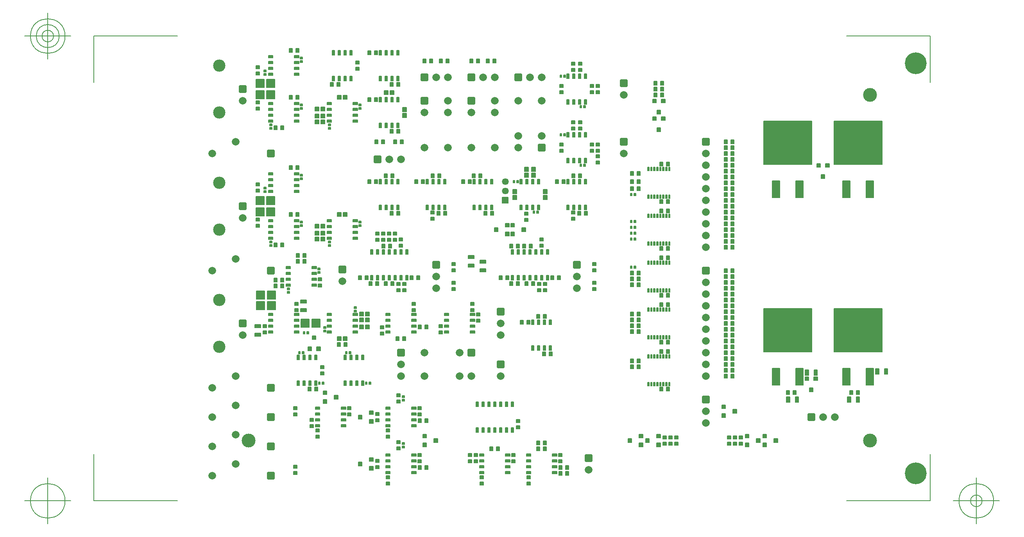
<source format=gbr>
G04 Generated by Ultiboard 12.0 *
%FSLAX25Y25*%
%MOIN*%

%ADD10C,0.00001*%
%ADD11C,0.00500*%
%ADD12C,0.11811*%
%ADD13C,0.18600*%
%ADD14R,0.03400X0.03400*%
%ADD15C,0.00600*%
%ADD16R,0.03937X0.01969*%
%ADD17R,0.02756X0.03150*%
%ADD18R,0.01969X0.03937*%
%ADD19R,0.03150X0.02756*%
%ADD20R,0.01969X0.01575*%
%ADD21R,0.04921X0.02756*%
%ADD22R,0.01181X0.03150*%
%ADD23R,0.02756X0.04921*%
%ADD24R,0.03150X0.03150*%
%ADD25C,0.06537*%
%ADD26R,0.03937X0.03937*%
%ADD27C,0.02600*%
%ADD28C,0.10474*%
%ADD29R,0.07000X0.07000*%
%ADD30R,0.01575X0.01969*%
%ADD31R,0.06299X0.14173*%
%ADD32R,0.40945X0.37008*%
%ADD33C,0.05750*%
%ADD34R,0.05150X0.05150*%


G04 ColorRGB FF00CC for the following layer *
%LNSolder Mask Top*%
%LPD*%
G54D10*
G54D11*
X-81772Y-1500D02*
X-81772Y38170D01*
X-81772Y-1500D02*
X-10452Y-1500D01*
X631421Y-1500D02*
X560102Y-1500D01*
X631421Y-1500D02*
X631421Y38170D01*
X631421Y395201D02*
X631421Y355531D01*
X631421Y395201D02*
X560102Y395201D01*
X-81772Y395201D02*
X-10452Y395201D01*
X-81772Y395201D02*
X-81772Y355531D01*
X-101457Y-1500D02*
X-140827Y-1500D01*
X-121142Y-21185D02*
X-121142Y18185D01*
X-135906Y-1500D02*
G75*
D01*
G02X-135906Y-1500I14764J0*
G01*
X651106Y-1500D02*
X690476Y-1500D01*
X670791Y-21185D02*
X670791Y18185D01*
X656028Y-1500D02*
G75*
D01*
G02X656028Y-1500I14763J0*
G01*
X665870Y-1500D02*
G75*
D01*
G02X665870Y-1500I4921J0*
G01*
X-101457Y395201D02*
X-140827Y395201D01*
X-121142Y375516D02*
X-121142Y414886D01*
X-135906Y395201D02*
G75*
D01*
G02X-135906Y395201I14764J0*
G01*
X-130984Y395201D02*
G75*
D01*
G02X-130984Y395201I9842J0*
G01*
X-126063Y395201D02*
G75*
D01*
G02X-126063Y395201I4921J0*
G01*
G54D12*
X50000Y50000D03*
X580000Y50000D03*
X580000Y345000D03*
G54D13*
X619000Y22000D03*
X619000Y372000D03*
G54D14*
X127500Y343000D03*
X132500Y343000D03*
X108500Y333000D03*
X113500Y333000D03*
X108500Y327000D03*
X113500Y327000D03*
X127500Y243000D03*
X132500Y243000D03*
X108500Y227000D03*
X113500Y227000D03*
X151500Y147000D03*
X146500Y147000D03*
X293000Y281500D03*
X293000Y276500D03*
X108500Y322000D03*
X113500Y322000D03*
X113500Y222000D03*
X108500Y222000D03*
X108500Y233000D03*
X113500Y233000D03*
X132500Y137000D03*
X127500Y137000D03*
X287000Y276500D03*
X287000Y281500D03*
X146500Y153000D03*
X151500Y153000D03*
X151500Y158000D03*
X146500Y158000D03*
X167500Y347000D03*
X172500Y347000D03*
X183000Y332500D03*
X183000Y327500D03*
X303000Y257500D03*
X303000Y262500D03*
X277000Y257500D03*
X277000Y262500D03*
G54D15*
X125800Y341300D02*
X129200Y341300D01*
X129200Y344700D01*
X125800Y344700D01*
X125800Y341300D01*D02*
X130800Y341300D02*
X134200Y341300D01*
X134200Y344700D01*
X130800Y344700D01*
X130800Y341300D01*D02*
X106800Y331300D02*
X110200Y331300D01*
X110200Y334700D01*
X106800Y334700D01*
X106800Y331300D01*D02*
X111800Y331300D02*
X115200Y331300D01*
X115200Y334700D01*
X111800Y334700D01*
X111800Y331300D01*D02*
X117008Y336516D02*
X120944Y336516D01*
X120944Y338484D01*
X117008Y338484D01*
X117008Y336516D01*D02*
X117008Y331516D02*
X120944Y331516D01*
X120944Y333484D01*
X117008Y333484D01*
X117008Y331516D01*D02*
X117008Y326516D02*
X120944Y326516D01*
X120944Y328484D01*
X117008Y328484D01*
X117008Y326516D01*D02*
X117008Y321516D02*
X120944Y321516D01*
X120944Y323484D01*
X117008Y323484D01*
X117008Y321516D01*D02*
X139056Y321516D02*
X142992Y321516D01*
X142992Y323484D01*
X139056Y323484D01*
X139056Y321516D01*D02*
X139056Y326516D02*
X142992Y326516D01*
X142992Y328484D01*
X139056Y328484D01*
X139056Y326516D01*D02*
X139056Y336516D02*
X142992Y336516D01*
X142992Y338484D01*
X139056Y338484D01*
X139056Y336516D01*D02*
X139056Y331516D02*
X142992Y331516D01*
X142992Y333484D01*
X139056Y333484D01*
X139056Y331516D01*D02*
X106800Y325300D02*
X110200Y325300D01*
X110200Y328700D01*
X106800Y328700D01*
X106800Y325300D01*D02*
X111800Y325300D02*
X115200Y325300D01*
X115200Y328700D01*
X111800Y328700D01*
X111800Y325300D01*D02*
X71866Y315425D02*
X74622Y315425D01*
X74622Y318575D01*
X71866Y318575D01*
X71866Y315425D01*D02*
X77378Y315425D02*
X80134Y315425D01*
X80134Y318575D01*
X77378Y318575D01*
X77378Y315425D01*D02*
X125800Y241300D02*
X129200Y241300D01*
X129200Y244700D01*
X125800Y244700D01*
X125800Y241300D01*D02*
X130800Y241300D02*
X134200Y241300D01*
X134200Y244700D01*
X130800Y244700D01*
X130800Y241300D01*D02*
X106800Y225300D02*
X110200Y225300D01*
X110200Y228700D01*
X106800Y228700D01*
X106800Y225300D01*D02*
X111800Y225300D02*
X115200Y225300D01*
X115200Y228700D01*
X111800Y228700D01*
X111800Y225300D01*D02*
X198866Y372425D02*
X201622Y372425D01*
X201622Y375575D01*
X198866Y375575D01*
X198866Y372425D01*D02*
X204378Y372425D02*
X207134Y372425D01*
X207134Y375575D01*
X204378Y375575D01*
X204378Y372425D01*D02*
X252866Y372425D02*
X255622Y372425D01*
X255622Y375575D01*
X252866Y375575D01*
X252866Y372425D01*D02*
X258378Y372425D02*
X261134Y372425D01*
X261134Y375575D01*
X258378Y375575D01*
X258378Y372425D01*D02*
X238866Y372425D02*
X241622Y372425D01*
X241622Y375575D01*
X238866Y375575D01*
X238866Y372425D01*D02*
X244378Y372425D02*
X247134Y372425D01*
X247134Y375575D01*
X244378Y375575D01*
X244378Y372425D01*D02*
X194866Y25425D02*
X197622Y25425D01*
X197622Y28575D01*
X194866Y28575D01*
X194866Y25425D01*D02*
X200378Y25425D02*
X203134Y25425D01*
X203134Y28575D01*
X200378Y28575D01*
X200378Y25425D01*D02*
X194866Y65425D02*
X197622Y65425D01*
X197622Y68575D01*
X194866Y68575D01*
X194866Y65425D01*D02*
X200378Y65425D02*
X203134Y65425D01*
X203134Y68575D01*
X200378Y68575D01*
X200378Y65425D01*D02*
X255866Y41425D02*
X258622Y41425D01*
X258622Y44575D01*
X255866Y44575D01*
X255866Y41425D01*D02*
X261378Y41425D02*
X264134Y41425D01*
X264134Y44575D01*
X261378Y44575D01*
X261378Y41425D01*D02*
X287008Y36516D02*
X290944Y36516D01*
X290944Y38484D01*
X287008Y38484D01*
X287008Y36516D01*D02*
X287008Y31516D02*
X290944Y31516D01*
X290944Y33484D01*
X287008Y33484D01*
X287008Y31516D01*D02*
X287008Y26516D02*
X290944Y26516D01*
X290944Y28484D01*
X287008Y28484D01*
X287008Y26516D01*D02*
X287008Y21516D02*
X290944Y21516D01*
X290944Y23484D01*
X287008Y23484D01*
X287008Y21516D01*D02*
X309056Y21516D02*
X312992Y21516D01*
X312992Y23484D01*
X309056Y23484D01*
X309056Y21516D01*D02*
X309056Y26516D02*
X312992Y26516D01*
X312992Y28484D01*
X309056Y28484D01*
X309056Y26516D01*D02*
X309056Y36516D02*
X312992Y36516D01*
X312992Y38484D01*
X309056Y38484D01*
X309056Y36516D01*D02*
X309056Y31516D02*
X312992Y31516D01*
X312992Y33484D01*
X309056Y33484D01*
X309056Y31516D01*D02*
X247008Y36516D02*
X250944Y36516D01*
X250944Y38484D01*
X247008Y38484D01*
X247008Y36516D01*D02*
X247008Y31516D02*
X250944Y31516D01*
X250944Y33484D01*
X247008Y33484D01*
X247008Y31516D01*D02*
X247008Y26516D02*
X250944Y26516D01*
X250944Y28484D01*
X247008Y28484D01*
X247008Y26516D01*D02*
X247008Y21516D02*
X250944Y21516D01*
X250944Y23484D01*
X247008Y23484D01*
X247008Y21516D01*D02*
X269056Y21516D02*
X272992Y21516D01*
X272992Y23484D01*
X269056Y23484D01*
X269056Y21516D01*D02*
X269056Y26516D02*
X272992Y26516D01*
X272992Y28484D01*
X269056Y28484D01*
X269056Y26516D01*D02*
X269056Y36516D02*
X272992Y36516D01*
X272992Y38484D01*
X269056Y38484D01*
X269056Y36516D01*D02*
X269056Y31516D02*
X272992Y31516D01*
X272992Y33484D01*
X269056Y33484D01*
X269056Y31516D01*D02*
X149800Y145300D02*
X153200Y145300D01*
X153200Y148700D01*
X149800Y148700D01*
X149800Y145300D01*D02*
X144800Y145300D02*
X148200Y145300D01*
X148200Y148700D01*
X144800Y148700D01*
X144800Y145300D01*D02*
X181378Y135425D02*
X184134Y135425D01*
X184134Y138575D01*
X181378Y138575D01*
X181378Y135425D01*D02*
X175866Y135425D02*
X178622Y135425D01*
X178622Y138575D01*
X175866Y138575D01*
X175866Y135425D01*D02*
X291516Y127008D02*
X293484Y127008D01*
X293484Y130944D01*
X291516Y130944D01*
X291516Y127008D01*D02*
X296516Y127008D02*
X298484Y127008D01*
X298484Y130944D01*
X296516Y130944D01*
X296516Y127008D01*D02*
X306516Y127008D02*
X308484Y127008D01*
X308484Y130944D01*
X306516Y130944D01*
X306516Y127008D01*D02*
X301516Y127008D02*
X303484Y127008D01*
X303484Y130944D01*
X301516Y130944D01*
X301516Y127008D01*D02*
X291516Y149056D02*
X293484Y149056D01*
X293484Y152992D01*
X291516Y152992D01*
X291516Y149056D01*D02*
X296516Y149056D02*
X298484Y149056D01*
X298484Y152992D01*
X296516Y152992D01*
X296516Y149056D01*D02*
X306516Y149056D02*
X308484Y149056D01*
X308484Y152992D01*
X306516Y152992D01*
X306516Y149056D01*D02*
X301516Y149056D02*
X303484Y149056D01*
X303484Y152992D01*
X301516Y152992D01*
X301516Y149056D01*D02*
X300866Y122425D02*
X303622Y122425D01*
X303622Y125575D01*
X300866Y125575D01*
X300866Y122425D01*D02*
X306378Y122425D02*
X309134Y122425D01*
X309134Y125575D01*
X306378Y125575D01*
X306378Y122425D01*D02*
X281866Y149425D02*
X284622Y149425D01*
X284622Y152575D01*
X281866Y152575D01*
X281866Y149425D01*D02*
X287378Y149425D02*
X290134Y149425D01*
X290134Y152575D01*
X287378Y152575D01*
X287378Y149425D01*D02*
X263866Y187425D02*
X266622Y187425D01*
X266622Y190575D01*
X263866Y190575D01*
X263866Y187425D01*D02*
X269378Y187425D02*
X272134Y187425D01*
X272134Y190575D01*
X269378Y190575D01*
X269378Y187425D01*D02*
X291300Y279800D02*
X294700Y279800D01*
X294700Y283200D01*
X291300Y283200D01*
X291300Y279800D01*D02*
X291300Y274800D02*
X294700Y274800D01*
X294700Y278200D01*
X291300Y278200D01*
X291300Y274800D01*D02*
X176425Y182378D02*
X179575Y182378D01*
X179575Y185134D01*
X176425Y185134D01*
X176425Y182378D01*D02*
X176425Y176866D02*
X179575Y176866D01*
X179575Y179622D01*
X176425Y179622D01*
X176425Y176866D01*D02*
X181425Y182378D02*
X184575Y182378D01*
X184575Y185134D01*
X181425Y185134D01*
X181425Y182378D01*D02*
X181425Y176866D02*
X184575Y176866D01*
X184575Y179622D01*
X181425Y179622D01*
X181425Y176866D01*D02*
X154016Y187008D02*
X155984Y187008D01*
X155984Y190944D01*
X154016Y190944D01*
X154016Y187008D01*D02*
X164016Y187008D02*
X165984Y187008D01*
X165984Y190944D01*
X164016Y190944D01*
X164016Y187008D01*D02*
X159016Y187008D02*
X160984Y187008D01*
X160984Y190944D01*
X159016Y190944D01*
X159016Y187008D01*D02*
X169016Y187008D02*
X170984Y187008D01*
X170984Y190944D01*
X169016Y190944D01*
X169016Y187008D01*D02*
X179016Y187008D02*
X180984Y187008D01*
X180984Y190944D01*
X179016Y190944D01*
X179016Y187008D01*D02*
X174016Y187008D02*
X175984Y187008D01*
X175984Y190944D01*
X174016Y190944D01*
X174016Y187008D01*D02*
X184016Y187008D02*
X185984Y187008D01*
X185984Y190944D01*
X184016Y190944D01*
X184016Y187008D01*D02*
X154016Y209056D02*
X155984Y209056D01*
X155984Y212992D01*
X154016Y212992D01*
X154016Y209056D01*D02*
X164016Y209056D02*
X165984Y209056D01*
X165984Y212992D01*
X164016Y212992D01*
X164016Y209056D01*D02*
X159016Y209056D02*
X160984Y209056D01*
X160984Y212992D01*
X159016Y212992D01*
X159016Y209056D01*D02*
X169016Y209056D02*
X170984Y209056D01*
X170984Y212992D01*
X169016Y212992D01*
X169016Y209056D01*D02*
X174016Y209056D02*
X175984Y209056D01*
X175984Y212992D01*
X174016Y212992D01*
X174016Y209056D01*D02*
X179016Y209056D02*
X180984Y209056D01*
X180984Y212992D01*
X179016Y212992D01*
X179016Y209056D01*D02*
X184016Y209056D02*
X185984Y209056D01*
X185984Y212992D01*
X184016Y212992D01*
X184016Y209056D01*D02*
X149378Y187425D02*
X152134Y187425D01*
X152134Y190575D01*
X149378Y190575D01*
X149378Y187425D01*D02*
X143866Y187425D02*
X146622Y187425D01*
X146622Y190575D01*
X143866Y190575D01*
X143866Y187425D01*D02*
X187866Y187425D02*
X190622Y187425D01*
X190622Y190575D01*
X187866Y190575D01*
X187866Y187425D01*D02*
X193378Y187425D02*
X196134Y187425D01*
X196134Y190575D01*
X193378Y190575D01*
X193378Y187425D01*D02*
X82008Y196516D02*
X85944Y196516D01*
X85944Y198484D01*
X82008Y198484D01*
X82008Y196516D01*D02*
X82008Y191516D02*
X85944Y191516D01*
X85944Y193484D01*
X82008Y193484D01*
X82008Y191516D01*D02*
X82008Y186516D02*
X85944Y186516D01*
X85944Y188484D01*
X82008Y188484D01*
X82008Y186516D01*D02*
X82008Y181516D02*
X85944Y181516D01*
X85944Y183484D01*
X82008Y183484D01*
X82008Y181516D01*D02*
X104056Y181516D02*
X107992Y181516D01*
X107992Y183484D01*
X104056Y183484D01*
X104056Y181516D01*D02*
X104056Y186516D02*
X107992Y186516D01*
X107992Y188484D01*
X104056Y188484D01*
X104056Y186516D01*D02*
X104056Y196516D02*
X107992Y196516D01*
X107992Y198484D01*
X104056Y198484D01*
X104056Y196516D01*D02*
X104056Y191516D02*
X107992Y191516D01*
X107992Y193484D01*
X104056Y193484D01*
X104056Y191516D01*D02*
X216378Y242425D02*
X219134Y242425D01*
X219134Y245575D01*
X216378Y245575D01*
X216378Y242425D01*D02*
X210866Y242425D02*
X213622Y242425D01*
X213622Y245575D01*
X210866Y245575D01*
X210866Y242425D01*D02*
X119866Y352425D02*
X122622Y352425D01*
X122622Y355575D01*
X119866Y355575D01*
X119866Y352425D01*D02*
X125378Y352425D02*
X128134Y352425D01*
X128134Y355575D01*
X125378Y355575D01*
X125378Y352425D01*D02*
X90378Y381425D02*
X93134Y381425D01*
X93134Y384575D01*
X90378Y384575D01*
X90378Y381425D01*D02*
X84866Y381425D02*
X87622Y381425D01*
X87622Y384575D01*
X84866Y384575D01*
X84866Y381425D01*D02*
X250866Y242425D02*
X253622Y242425D01*
X253622Y245575D01*
X250866Y245575D01*
X250866Y242425D01*D02*
X256378Y242425D02*
X259134Y242425D01*
X259134Y245575D01*
X256378Y245575D01*
X256378Y242425D01*D02*
X94016Y235788D02*
X95984Y235788D01*
X95984Y237362D01*
X94016Y237362D01*
X94016Y235788D01*D02*
X94016Y232638D02*
X95984Y232638D01*
X95984Y234212D01*
X94016Y234212D01*
X94016Y232638D01*D02*
X90378Y341425D02*
X93134Y341425D01*
X93134Y344575D01*
X90378Y344575D01*
X90378Y341425D01*D02*
X84866Y341425D02*
X87622Y341425D01*
X87622Y344575D01*
X84866Y344575D01*
X84866Y341425D01*D02*
X106800Y320300D02*
X110200Y320300D01*
X110200Y323700D01*
X106800Y323700D01*
X106800Y320300D01*D02*
X111800Y320300D02*
X115200Y320300D01*
X115200Y323700D01*
X111800Y323700D01*
X111800Y320300D01*D02*
X111800Y220300D02*
X115200Y220300D01*
X115200Y223700D01*
X111800Y223700D01*
X111800Y220300D01*D02*
X106800Y220300D02*
X110200Y220300D01*
X110200Y223700D01*
X106800Y223700D01*
X106800Y220300D01*D02*
X118016Y218788D02*
X119984Y218788D01*
X119984Y220362D01*
X118016Y220362D01*
X118016Y218788D01*D02*
X118016Y215638D02*
X119984Y215638D01*
X119984Y217212D01*
X118016Y217212D01*
X118016Y215638D01*D02*
X118016Y318788D02*
X119984Y318788D01*
X119984Y320362D01*
X118016Y320362D01*
X118016Y318788D01*D02*
X118016Y315638D02*
X119984Y315638D01*
X119984Y317212D01*
X118016Y317212D01*
X118016Y315638D01*D02*
X244016Y57008D02*
X245984Y57008D01*
X245984Y60944D01*
X244016Y60944D01*
X244016Y57008D01*D02*
X249016Y57008D02*
X250984Y57008D01*
X250984Y60944D01*
X249016Y60944D01*
X249016Y57008D01*D02*
X259016Y57008D02*
X260984Y57008D01*
X260984Y60944D01*
X259016Y60944D01*
X259016Y57008D01*D02*
X254016Y57008D02*
X255984Y57008D01*
X255984Y60944D01*
X254016Y60944D01*
X254016Y57008D01*D02*
X264016Y57008D02*
X265984Y57008D01*
X265984Y60944D01*
X264016Y60944D01*
X264016Y57008D01*D02*
X274016Y57008D02*
X275984Y57008D01*
X275984Y60944D01*
X274016Y60944D01*
X274016Y57008D01*D02*
X269016Y57008D02*
X270984Y57008D01*
X270984Y60944D01*
X269016Y60944D01*
X269016Y57008D01*D02*
X244016Y79056D02*
X245984Y79056D01*
X245984Y82992D01*
X244016Y82992D01*
X244016Y79056D01*D02*
X249016Y79056D02*
X250984Y79056D01*
X250984Y82992D01*
X249016Y82992D01*
X249016Y79056D01*D02*
X259016Y79056D02*
X260984Y79056D01*
X260984Y82992D01*
X259016Y82992D01*
X259016Y79056D01*D02*
X254016Y79056D02*
X255984Y79056D01*
X255984Y82992D01*
X254016Y82992D01*
X254016Y79056D01*D02*
X264016Y79056D02*
X265984Y79056D01*
X265984Y82992D01*
X264016Y82992D01*
X264016Y79056D01*D02*
X269016Y79056D02*
X270984Y79056D01*
X270984Y82992D01*
X269016Y82992D01*
X269016Y79056D01*D02*
X274016Y79056D02*
X275984Y79056D01*
X275984Y82992D01*
X274016Y82992D01*
X274016Y79056D01*D02*
X237540Y205362D02*
X242460Y205362D01*
X242460Y208118D01*
X237540Y208118D01*
X237540Y205362D01*D02*
X237540Y197882D02*
X242460Y197882D01*
X242460Y200638D01*
X237540Y200638D01*
X237540Y197882D01*D02*
X247540Y193882D02*
X252460Y193882D01*
X252460Y196638D01*
X247540Y196638D01*
X247540Y193882D01*D02*
X247540Y201362D02*
X252460Y201362D01*
X252460Y204118D01*
X247540Y204118D01*
X247540Y201362D01*D02*
X131516Y97008D02*
X133484Y97008D01*
X133484Y100944D01*
X131516Y100944D01*
X131516Y97008D01*D02*
X141516Y97008D02*
X143484Y97008D01*
X143484Y100944D01*
X141516Y100944D01*
X141516Y97008D01*D02*
X136516Y97008D02*
X138484Y97008D01*
X138484Y100944D01*
X136516Y100944D01*
X136516Y97008D01*D02*
X146516Y97008D02*
X148484Y97008D01*
X148484Y100944D01*
X146516Y100944D01*
X146516Y97008D01*D02*
X131516Y119056D02*
X133484Y119056D01*
X133484Y122992D01*
X131516Y122992D01*
X131516Y119056D01*D02*
X141516Y119056D02*
X143484Y119056D01*
X143484Y122992D01*
X141516Y122992D01*
X141516Y119056D01*D02*
X136516Y119056D02*
X138484Y119056D01*
X138484Y122992D01*
X136516Y122992D01*
X136516Y119056D01*D02*
X146516Y119056D02*
X148484Y119056D01*
X148484Y122992D01*
X146516Y122992D01*
X146516Y119056D01*D02*
X167425Y51866D02*
X170575Y51866D01*
X170575Y54622D01*
X167425Y54622D01*
X167425Y51866D01*D02*
X167425Y57378D02*
X170575Y57378D01*
X170575Y60134D01*
X167425Y60134D01*
X167425Y57378D01*D02*
X167425Y11866D02*
X170575Y11866D01*
X170575Y14622D01*
X167425Y14622D01*
X167425Y11866D01*D02*
X167425Y17378D02*
X170575Y17378D01*
X170575Y20134D01*
X167425Y20134D01*
X167425Y17378D01*D02*
X247425Y17378D02*
X250575Y17378D01*
X250575Y20134D01*
X247425Y20134D01*
X247425Y17378D01*D02*
X247425Y11866D02*
X250575Y11866D01*
X250575Y14622D01*
X247425Y14622D01*
X247425Y11866D01*D02*
X287425Y17378D02*
X290575Y17378D01*
X290575Y20134D01*
X287425Y20134D01*
X287425Y17378D01*D02*
X287425Y11866D02*
X290575Y11866D01*
X290575Y14622D01*
X287425Y14622D01*
X287425Y11866D01*D02*
X295866Y46425D02*
X298622Y46425D01*
X298622Y49575D01*
X295866Y49575D01*
X295866Y46425D01*D02*
X301378Y46425D02*
X304134Y46425D01*
X304134Y49575D01*
X301378Y49575D01*
X301378Y46425D01*D02*
X400866Y204425D02*
X403622Y204425D01*
X403622Y207575D01*
X400866Y207575D01*
X400866Y204425D01*D02*
X406378Y204425D02*
X409134Y204425D01*
X409134Y207575D01*
X406378Y207575D01*
X406378Y204425D01*D02*
X400866Y164425D02*
X403622Y164425D01*
X403622Y167575D01*
X400866Y167575D01*
X400866Y164425D01*D02*
X406378Y164425D02*
X409134Y164425D01*
X409134Y167575D01*
X406378Y167575D01*
X406378Y164425D01*D02*
X400866Y124425D02*
X403622Y124425D01*
X403622Y127575D01*
X400866Y127575D01*
X400866Y124425D01*D02*
X406378Y124425D02*
X409134Y124425D01*
X409134Y127575D01*
X406378Y127575D01*
X406378Y124425D01*D02*
X88425Y20866D02*
X91575Y20866D01*
X91575Y23622D01*
X88425Y23622D01*
X88425Y20866D01*D02*
X88425Y26378D02*
X91575Y26378D01*
X91575Y29134D01*
X88425Y29134D01*
X88425Y26378D01*D02*
X406378Y252425D02*
X409134Y252425D01*
X409134Y255575D01*
X406378Y255575D01*
X406378Y252425D01*D02*
X400866Y252425D02*
X403622Y252425D01*
X403622Y255575D01*
X400866Y255575D01*
X400866Y252425D01*D02*
X400866Y212425D02*
X403622Y212425D01*
X403622Y215575D01*
X400866Y215575D01*
X400866Y212425D01*D02*
X406378Y212425D02*
X409134Y212425D01*
X409134Y215575D01*
X406378Y215575D01*
X406378Y212425D01*D02*
X400866Y172425D02*
X403622Y172425D01*
X403622Y175575D01*
X400866Y175575D01*
X400866Y172425D01*D02*
X406378Y172425D02*
X409134Y172425D01*
X409134Y175575D01*
X406378Y175575D01*
X406378Y172425D01*D02*
X406378Y132425D02*
X409134Y132425D01*
X409134Y135575D01*
X406378Y135575D01*
X406378Y132425D01*D02*
X400866Y132425D02*
X403622Y132425D01*
X403622Y135575D01*
X400866Y135575D01*
X400866Y132425D01*D02*
X406378Y92425D02*
X409134Y92425D01*
X409134Y95575D01*
X406378Y95575D01*
X406378Y92425D01*D02*
X400866Y92425D02*
X403622Y92425D01*
X403622Y95575D01*
X400866Y95575D01*
X400866Y92425D01*D02*
X400866Y284425D02*
X403622Y284425D01*
X403622Y287575D01*
X400866Y287575D01*
X400866Y284425D01*D02*
X406378Y284425D02*
X409134Y284425D01*
X409134Y287575D01*
X406378Y287575D01*
X406378Y284425D01*D02*
X390453Y256614D02*
X391633Y256614D01*
X391633Y259764D01*
X390453Y259764D01*
X390453Y256614D01*D02*
X393012Y256614D02*
X394192Y256614D01*
X394192Y259764D01*
X393012Y259764D01*
X393012Y256614D01*D02*
X395571Y256614D02*
X396751Y256614D01*
X396751Y259764D01*
X395571Y259764D01*
X395571Y256614D01*D02*
X398130Y256614D02*
X399310Y256614D01*
X399310Y259764D01*
X398130Y259764D01*
X398130Y256614D01*D02*
X400690Y256614D02*
X401870Y256614D01*
X401870Y259764D01*
X400690Y259764D01*
X400690Y256614D01*D02*
X408367Y256614D02*
X409547Y256614D01*
X409547Y259764D01*
X408367Y259764D01*
X408367Y256614D01*D02*
X403249Y256614D02*
X404429Y256614D01*
X404429Y259764D01*
X403249Y259764D01*
X403249Y256614D01*D02*
X405808Y256614D02*
X406988Y256614D01*
X406988Y259764D01*
X405808Y259764D01*
X405808Y256614D01*D02*
X390453Y280236D02*
X391633Y280236D01*
X391633Y283386D01*
X390453Y283386D01*
X390453Y280236D01*D02*
X393012Y280236D02*
X394192Y280236D01*
X394192Y283386D01*
X393012Y283386D01*
X393012Y280236D01*D02*
X400690Y280236D02*
X401870Y280236D01*
X401870Y283386D01*
X400690Y283386D01*
X400690Y280236D01*D02*
X398130Y280236D02*
X399310Y280236D01*
X399310Y283386D01*
X398130Y283386D01*
X398130Y280236D01*D02*
X395571Y280236D02*
X396751Y280236D01*
X396751Y283386D01*
X395571Y283386D01*
X395571Y280236D01*D02*
X408367Y280236D02*
X409547Y280236D01*
X409547Y283386D01*
X408367Y283386D01*
X408367Y280236D01*D02*
X405808Y280236D02*
X406988Y280236D01*
X406988Y283386D01*
X405808Y283386D01*
X405808Y280236D01*D02*
X403249Y280236D02*
X404429Y280236D01*
X404429Y283386D01*
X403249Y283386D01*
X403249Y280236D01*D02*
X393012Y216614D02*
X394192Y216614D01*
X394192Y219764D01*
X393012Y219764D01*
X393012Y216614D01*D02*
X390453Y216614D02*
X391633Y216614D01*
X391633Y219764D01*
X390453Y219764D01*
X390453Y216614D01*D02*
X400690Y216614D02*
X401870Y216614D01*
X401870Y219764D01*
X400690Y219764D01*
X400690Y216614D01*D02*
X395571Y216614D02*
X396751Y216614D01*
X396751Y219764D01*
X395571Y219764D01*
X395571Y216614D01*D02*
X398130Y216614D02*
X399310Y216614D01*
X399310Y219764D01*
X398130Y219764D01*
X398130Y216614D01*D02*
X408367Y216614D02*
X409547Y216614D01*
X409547Y219764D01*
X408367Y219764D01*
X408367Y216614D01*D02*
X403249Y216614D02*
X404429Y216614D01*
X404429Y219764D01*
X403249Y219764D01*
X403249Y216614D01*D02*
X405808Y216614D02*
X406988Y216614D01*
X406988Y219764D01*
X405808Y219764D01*
X405808Y216614D01*D02*
X393012Y240236D02*
X394192Y240236D01*
X394192Y243386D01*
X393012Y243386D01*
X393012Y240236D01*D02*
X390453Y240236D02*
X391633Y240236D01*
X391633Y243386D01*
X390453Y243386D01*
X390453Y240236D01*D02*
X400690Y240236D02*
X401870Y240236D01*
X401870Y243386D01*
X400690Y243386D01*
X400690Y240236D01*D02*
X398130Y240236D02*
X399310Y240236D01*
X399310Y243386D01*
X398130Y243386D01*
X398130Y240236D01*D02*
X395571Y240236D02*
X396751Y240236D01*
X396751Y243386D01*
X395571Y243386D01*
X395571Y240236D01*D02*
X408367Y240236D02*
X409547Y240236D01*
X409547Y243386D01*
X408367Y243386D01*
X408367Y240236D01*D02*
X405808Y240236D02*
X406988Y240236D01*
X406988Y243386D01*
X405808Y243386D01*
X405808Y240236D01*D02*
X403249Y240236D02*
X404429Y240236D01*
X404429Y243386D01*
X403249Y243386D01*
X403249Y240236D01*D02*
X393012Y176614D02*
X394192Y176614D01*
X394192Y179764D01*
X393012Y179764D01*
X393012Y176614D01*D02*
X390453Y176614D02*
X391633Y176614D01*
X391633Y179764D01*
X390453Y179764D01*
X390453Y176614D01*D02*
X400690Y176614D02*
X401870Y176614D01*
X401870Y179764D01*
X400690Y179764D01*
X400690Y176614D01*D02*
X395571Y176614D02*
X396751Y176614D01*
X396751Y179764D01*
X395571Y179764D01*
X395571Y176614D01*D02*
X398130Y176614D02*
X399310Y176614D01*
X399310Y179764D01*
X398130Y179764D01*
X398130Y176614D01*D02*
X408367Y176614D02*
X409547Y176614D01*
X409547Y179764D01*
X408367Y179764D01*
X408367Y176614D01*D02*
X403249Y176614D02*
X404429Y176614D01*
X404429Y179764D01*
X403249Y179764D01*
X403249Y176614D01*D02*
X405808Y176614D02*
X406988Y176614D01*
X406988Y179764D01*
X405808Y179764D01*
X405808Y176614D01*D02*
X393012Y200236D02*
X394192Y200236D01*
X394192Y203386D01*
X393012Y203386D01*
X393012Y200236D01*D02*
X390453Y200236D02*
X391633Y200236D01*
X391633Y203386D01*
X390453Y203386D01*
X390453Y200236D01*D02*
X400690Y200236D02*
X401870Y200236D01*
X401870Y203386D01*
X400690Y203386D01*
X400690Y200236D01*D02*
X398130Y200236D02*
X399310Y200236D01*
X399310Y203386D01*
X398130Y203386D01*
X398130Y200236D01*D02*
X395571Y200236D02*
X396751Y200236D01*
X396751Y203386D01*
X395571Y203386D01*
X395571Y200236D01*D02*
X408367Y200236D02*
X409547Y200236D01*
X409547Y203386D01*
X408367Y203386D01*
X408367Y200236D01*D02*
X405808Y200236D02*
X406988Y200236D01*
X406988Y203386D01*
X405808Y203386D01*
X405808Y200236D01*D02*
X403249Y200236D02*
X404429Y200236D01*
X404429Y203386D01*
X403249Y203386D01*
X403249Y200236D01*D02*
X393012Y136614D02*
X394192Y136614D01*
X394192Y139764D01*
X393012Y139764D01*
X393012Y136614D01*D02*
X390453Y136614D02*
X391633Y136614D01*
X391633Y139764D01*
X390453Y139764D01*
X390453Y136614D01*D02*
X400690Y136614D02*
X401870Y136614D01*
X401870Y139764D01*
X400690Y139764D01*
X400690Y136614D01*D02*
X395571Y136614D02*
X396751Y136614D01*
X396751Y139764D01*
X395571Y139764D01*
X395571Y136614D01*D02*
X398130Y136614D02*
X399310Y136614D01*
X399310Y139764D01*
X398130Y139764D01*
X398130Y136614D01*D02*
X408367Y136614D02*
X409547Y136614D01*
X409547Y139764D01*
X408367Y139764D01*
X408367Y136614D01*D02*
X403249Y136614D02*
X404429Y136614D01*
X404429Y139764D01*
X403249Y139764D01*
X403249Y136614D01*D02*
X405808Y136614D02*
X406988Y136614D01*
X406988Y139764D01*
X405808Y139764D01*
X405808Y136614D01*D02*
X393012Y160236D02*
X394192Y160236D01*
X394192Y163386D01*
X393012Y163386D01*
X393012Y160236D01*D02*
X390453Y160236D02*
X391633Y160236D01*
X391633Y163386D01*
X390453Y163386D01*
X390453Y160236D01*D02*
X400690Y160236D02*
X401870Y160236D01*
X401870Y163386D01*
X400690Y163386D01*
X400690Y160236D01*D02*
X398130Y160236D02*
X399310Y160236D01*
X399310Y163386D01*
X398130Y163386D01*
X398130Y160236D01*D02*
X395571Y160236D02*
X396751Y160236D01*
X396751Y163386D01*
X395571Y163386D01*
X395571Y160236D01*D02*
X408367Y160236D02*
X409547Y160236D01*
X409547Y163386D01*
X408367Y163386D01*
X408367Y160236D01*D02*
X405808Y160236D02*
X406988Y160236D01*
X406988Y163386D01*
X405808Y163386D01*
X405808Y160236D01*D02*
X403249Y160236D02*
X404429Y160236D01*
X404429Y163386D01*
X403249Y163386D01*
X403249Y160236D01*D02*
X393012Y96614D02*
X394192Y96614D01*
X394192Y99764D01*
X393012Y99764D01*
X393012Y96614D01*D02*
X390453Y96614D02*
X391633Y96614D01*
X391633Y99764D01*
X390453Y99764D01*
X390453Y96614D01*D02*
X400690Y96614D02*
X401870Y96614D01*
X401870Y99764D01*
X400690Y99764D01*
X400690Y96614D01*D02*
X395571Y96614D02*
X396751Y96614D01*
X396751Y99764D01*
X395571Y99764D01*
X395571Y96614D01*D02*
X398130Y96614D02*
X399310Y96614D01*
X399310Y99764D01*
X398130Y99764D01*
X398130Y96614D01*D02*
X408367Y96614D02*
X409547Y96614D01*
X409547Y99764D01*
X408367Y99764D01*
X408367Y96614D01*D02*
X403249Y96614D02*
X404429Y96614D01*
X404429Y99764D01*
X403249Y99764D01*
X403249Y96614D01*D02*
X405808Y96614D02*
X406988Y96614D01*
X406988Y99764D01*
X405808Y99764D01*
X405808Y96614D01*D02*
X393012Y120236D02*
X394192Y120236D01*
X394192Y123386D01*
X393012Y123386D01*
X393012Y120236D01*D02*
X390453Y120236D02*
X391633Y120236D01*
X391633Y123386D01*
X390453Y123386D01*
X390453Y120236D01*D02*
X400690Y120236D02*
X401870Y120236D01*
X401870Y123386D01*
X400690Y123386D01*
X400690Y120236D01*D02*
X398130Y120236D02*
X399310Y120236D01*
X399310Y123386D01*
X398130Y123386D01*
X398130Y120236D01*D02*
X395571Y120236D02*
X396751Y120236D01*
X396751Y123386D01*
X395571Y123386D01*
X395571Y120236D01*D02*
X408367Y120236D02*
X409547Y120236D01*
X409547Y123386D01*
X408367Y123386D01*
X408367Y120236D01*D02*
X405808Y120236D02*
X406988Y120236D01*
X406988Y123386D01*
X405808Y123386D01*
X405808Y120236D01*D02*
X403249Y120236D02*
X404429Y120236D01*
X404429Y123386D01*
X403249Y123386D01*
X403249Y120236D01*D02*
X307866Y187425D02*
X310622Y187425D01*
X310622Y190575D01*
X307866Y190575D01*
X307866Y187425D01*D02*
X313378Y187425D02*
X316134Y187425D01*
X316134Y190575D01*
X313378Y190575D01*
X313378Y187425D01*D02*
X201516Y247008D02*
X203484Y247008D01*
X203484Y250944D01*
X201516Y250944D01*
X201516Y247008D01*D02*
X211516Y247008D02*
X213484Y247008D01*
X213484Y250944D01*
X211516Y250944D01*
X211516Y247008D01*D02*
X206516Y247008D02*
X208484Y247008D01*
X208484Y250944D01*
X206516Y250944D01*
X206516Y247008D01*D02*
X216516Y247008D02*
X218484Y247008D01*
X218484Y250944D01*
X216516Y250944D01*
X216516Y247008D01*D02*
X201516Y269056D02*
X203484Y269056D01*
X203484Y272992D01*
X201516Y272992D01*
X201516Y269056D01*D02*
X211516Y269056D02*
X213484Y269056D01*
X213484Y272992D01*
X211516Y272992D01*
X211516Y269056D01*D02*
X206516Y269056D02*
X208484Y269056D01*
X208484Y272992D01*
X206516Y272992D01*
X206516Y269056D01*D02*
X216516Y269056D02*
X218484Y269056D01*
X218484Y272992D01*
X216516Y272992D01*
X216516Y269056D01*D02*
X197378Y269425D02*
X200134Y269425D01*
X200134Y272575D01*
X197378Y272575D01*
X197378Y269425D01*D02*
X191866Y269425D02*
X194622Y269425D01*
X194622Y272575D01*
X191866Y272575D01*
X191866Y269425D01*D02*
X106800Y231300D02*
X110200Y231300D01*
X110200Y234700D01*
X106800Y234700D01*
X106800Y231300D01*D02*
X111800Y231300D02*
X115200Y231300D01*
X115200Y234700D01*
X111800Y234700D01*
X111800Y231300D01*D02*
X117008Y236516D02*
X120944Y236516D01*
X120944Y238484D01*
X117008Y238484D01*
X117008Y236516D01*D02*
X117008Y231516D02*
X120944Y231516D01*
X120944Y233484D01*
X117008Y233484D01*
X117008Y231516D01*D02*
X117008Y226516D02*
X120944Y226516D01*
X120944Y228484D01*
X117008Y228484D01*
X117008Y226516D01*D02*
X117008Y221516D02*
X120944Y221516D01*
X120944Y223484D01*
X117008Y223484D01*
X117008Y221516D01*D02*
X139056Y221516D02*
X142992Y221516D01*
X142992Y223484D01*
X139056Y223484D01*
X139056Y221516D01*D02*
X139056Y226516D02*
X142992Y226516D01*
X142992Y228484D01*
X139056Y228484D01*
X139056Y226516D01*D02*
X139056Y236516D02*
X142992Y236516D01*
X142992Y238484D01*
X139056Y238484D01*
X139056Y236516D01*D02*
X139056Y231516D02*
X142992Y231516D01*
X142992Y233484D01*
X139056Y233484D01*
X139056Y231516D01*D02*
X161516Y357008D02*
X163484Y357008D01*
X163484Y360944D01*
X161516Y360944D01*
X161516Y357008D01*D02*
X171516Y357008D02*
X173484Y357008D01*
X173484Y360944D01*
X171516Y360944D01*
X171516Y357008D01*D02*
X166516Y357008D02*
X168484Y357008D01*
X168484Y360944D01*
X166516Y360944D01*
X166516Y357008D01*D02*
X176516Y357008D02*
X178484Y357008D01*
X178484Y360944D01*
X176516Y360944D01*
X176516Y357008D01*D02*
X161516Y379056D02*
X163484Y379056D01*
X163484Y382992D01*
X161516Y382992D01*
X161516Y379056D01*D02*
X171516Y379056D02*
X173484Y379056D01*
X173484Y382992D01*
X171516Y382992D01*
X171516Y379056D01*D02*
X166516Y379056D02*
X168484Y379056D01*
X168484Y382992D01*
X166516Y382992D01*
X166516Y379056D01*D02*
X176516Y379056D02*
X178484Y379056D01*
X178484Y382992D01*
X176516Y382992D01*
X176516Y379056D01*D02*
X173425Y225378D02*
X176575Y225378D01*
X176575Y228134D01*
X173425Y228134D01*
X173425Y225378D01*D02*
X173425Y219866D02*
X176575Y219866D01*
X176575Y222622D01*
X173425Y222622D01*
X173425Y219866D01*D02*
X194425Y76378D02*
X197575Y76378D01*
X197575Y79134D01*
X194425Y79134D01*
X194425Y76378D01*D02*
X194425Y70866D02*
X197575Y70866D01*
X197575Y73622D01*
X194425Y73622D01*
X194425Y70866D01*D02*
X274425Y36378D02*
X277575Y36378D01*
X277575Y39134D01*
X274425Y39134D01*
X274425Y36378D01*D02*
X274425Y30866D02*
X277575Y30866D01*
X277575Y33622D01*
X274425Y33622D01*
X274425Y30866D01*D02*
X194425Y36378D02*
X197575Y36378D01*
X197575Y39134D01*
X194425Y39134D01*
X194425Y36378D01*D02*
X194425Y30866D02*
X197575Y30866D01*
X197575Y33622D01*
X194425Y33622D01*
X194425Y30866D01*D02*
X176378Y352425D02*
X179134Y352425D01*
X179134Y355575D01*
X176378Y355575D01*
X176378Y352425D01*D02*
X170866Y352425D02*
X173622Y352425D01*
X173622Y355575D01*
X170866Y355575D01*
X170866Y352425D01*D02*
X71866Y215425D02*
X74622Y215425D01*
X74622Y218575D01*
X71866Y218575D01*
X71866Y215425D01*D02*
X77378Y215425D02*
X80134Y215425D01*
X80134Y218575D01*
X77378Y218575D01*
X77378Y215425D01*D02*
X158425Y225378D02*
X161575Y225378D01*
X161575Y228134D01*
X158425Y228134D01*
X158425Y225378D01*D02*
X158425Y219866D02*
X161575Y219866D01*
X161575Y222622D01*
X158425Y222622D01*
X158425Y219866D01*D02*
X163425Y225378D02*
X166575Y225378D01*
X166575Y228134D01*
X163425Y228134D01*
X163425Y225378D01*D02*
X163425Y219866D02*
X166575Y219866D01*
X166575Y222622D01*
X163425Y222622D01*
X163425Y219866D01*D02*
X168425Y225378D02*
X171575Y225378D01*
X171575Y228134D01*
X168425Y228134D01*
X168425Y225378D01*D02*
X168425Y219866D02*
X171575Y219866D01*
X171575Y222622D01*
X168425Y222622D01*
X168425Y219866D01*D02*
X71866Y180425D02*
X74622Y180425D01*
X74622Y183575D01*
X71866Y183575D01*
X71866Y180425D01*D02*
X77378Y180425D02*
X80134Y180425D01*
X80134Y183575D01*
X77378Y183575D01*
X77378Y180425D01*D02*
X90866Y206425D02*
X93622Y206425D01*
X93622Y209575D01*
X90866Y209575D01*
X90866Y206425D01*D02*
X96378Y206425D02*
X99134Y206425D01*
X99134Y209575D01*
X96378Y209575D01*
X96378Y206425D01*D02*
X90866Y201425D02*
X93622Y201425D01*
X93622Y204575D01*
X90866Y204575D01*
X90866Y201425D01*D02*
X96378Y201425D02*
X99134Y201425D01*
X99134Y204575D01*
X96378Y204575D01*
X96378Y201425D01*D02*
X125866Y130425D02*
X128622Y130425D01*
X128622Y133575D01*
X125866Y133575D01*
X125866Y130425D01*D02*
X131378Y130425D02*
X134134Y130425D01*
X134134Y133575D01*
X131378Y133575D01*
X131378Y130425D01*D02*
X130800Y135300D02*
X134200Y135300D01*
X134200Y138700D01*
X130800Y138700D01*
X130800Y135300D01*D02*
X125800Y135300D02*
X129200Y135300D01*
X129200Y138700D01*
X125800Y138700D01*
X125800Y135300D01*D02*
X91516Y97008D02*
X93484Y97008D01*
X93484Y100944D01*
X91516Y100944D01*
X91516Y97008D01*D02*
X101516Y97008D02*
X103484Y97008D01*
X103484Y100944D01*
X101516Y100944D01*
X101516Y97008D01*D02*
X96516Y97008D02*
X98484Y97008D01*
X98484Y100944D01*
X96516Y100944D01*
X96516Y97008D01*D02*
X106516Y97008D02*
X108484Y97008D01*
X108484Y100944D01*
X106516Y100944D01*
X106516Y97008D01*D02*
X91516Y119056D02*
X93484Y119056D01*
X93484Y122992D01*
X91516Y122992D01*
X91516Y119056D01*D02*
X101516Y119056D02*
X103484Y119056D01*
X103484Y122992D01*
X101516Y122992D01*
X101516Y119056D01*D02*
X96516Y119056D02*
X98484Y119056D01*
X98484Y122992D01*
X96516Y122992D01*
X96516Y119056D01*D02*
X106516Y119056D02*
X108484Y119056D01*
X108484Y122992D01*
X106516Y122992D01*
X106516Y119056D01*D02*
X240866Y274425D02*
X243622Y274425D01*
X243622Y277575D01*
X240866Y277575D01*
X240866Y274425D01*D02*
X246378Y274425D02*
X249134Y274425D01*
X249134Y277575D01*
X246378Y277575D01*
X246378Y274425D01*D02*
X94016Y335788D02*
X95984Y335788D01*
X95984Y337362D01*
X94016Y337362D01*
X94016Y335788D01*D02*
X94016Y332638D02*
X95984Y332638D01*
X95984Y334212D01*
X94016Y334212D01*
X94016Y332638D01*D02*
X162425Y145378D02*
X165575Y145378D01*
X165575Y148134D01*
X162425Y148134D01*
X162425Y145378D01*D02*
X162425Y139866D02*
X165575Y139866D01*
X165575Y142622D01*
X162425Y142622D01*
X162425Y139866D01*D02*
X242425Y36378D02*
X245575Y36378D01*
X245575Y39134D01*
X242425Y39134D01*
X242425Y36378D01*D02*
X242425Y30866D02*
X245575Y30866D01*
X245575Y33622D01*
X242425Y33622D01*
X242425Y30866D01*D02*
X55540Y138882D02*
X60460Y138882D01*
X60460Y141638D01*
X55540Y141638D01*
X55540Y138882D01*D02*
X55540Y146362D02*
X60460Y146362D01*
X60460Y149118D01*
X55540Y149118D01*
X55540Y146362D01*D02*
X62425Y140866D02*
X65575Y140866D01*
X65575Y143622D01*
X62425Y143622D01*
X62425Y140866D01*D02*
X62425Y146378D02*
X65575Y146378D01*
X65575Y149134D01*
X62425Y149134D01*
X62425Y146378D01*D02*
X508882Y82540D02*
X511638Y82540D01*
X511638Y87460D01*
X508882Y87460D01*
X508882Y82540D01*D02*
X516362Y82540D02*
X519118Y82540D01*
X519118Y87460D01*
X516362Y87460D01*
X516362Y82540D01*D02*
X514378Y89425D02*
X517134Y89425D01*
X517134Y92575D01*
X514378Y92575D01*
X514378Y89425D01*D02*
X508866Y89425D02*
X511622Y89425D01*
X511622Y92575D01*
X508866Y92575D01*
X508866Y89425D01*D02*
X560882Y82540D02*
X563638Y82540D01*
X563638Y87460D01*
X560882Y87460D01*
X560882Y82540D01*D02*
X568362Y82540D02*
X571118Y82540D01*
X571118Y87460D01*
X568362Y87460D01*
X568362Y82540D01*D02*
X568378Y89425D02*
X571134Y89425D01*
X571134Y92575D01*
X568378Y92575D01*
X568378Y89425D01*D02*
X562866Y89425D02*
X565622Y89425D01*
X565622Y92575D01*
X562866Y92575D01*
X562866Y89425D01*D02*
X134425Y70866D02*
X137575Y70866D01*
X137575Y73622D01*
X134425Y73622D01*
X134425Y70866D01*D02*
X134425Y76378D02*
X137575Y76378D01*
X137575Y79134D01*
X134425Y79134D01*
X134425Y76378D01*D02*
X102425Y66378D02*
X105575Y66378D01*
X105575Y69134D01*
X102425Y69134D01*
X102425Y66378D01*D02*
X102425Y60866D02*
X105575Y60866D01*
X105575Y63622D01*
X102425Y63622D01*
X102425Y60866D01*D02*
X107425Y57378D02*
X110575Y57378D01*
X110575Y60134D01*
X107425Y60134D01*
X107425Y57378D01*D02*
X107425Y51866D02*
X110575Y51866D01*
X110575Y54622D01*
X107425Y54622D01*
X107425Y51866D01*D02*
X375866Y151425D02*
X378622Y151425D01*
X378622Y154575D01*
X375866Y154575D01*
X375866Y151425D01*D02*
X381378Y151425D02*
X384134Y151425D01*
X384134Y154575D01*
X381378Y154575D01*
X381378Y151425D01*D02*
X320378Y25425D02*
X323134Y25425D01*
X323134Y28575D01*
X320378Y28575D01*
X320378Y25425D01*D02*
X314866Y25425D02*
X317622Y25425D01*
X317622Y28575D01*
X314866Y28575D01*
X314866Y25425D01*D02*
X285300Y274800D02*
X288700Y274800D01*
X288700Y278200D01*
X285300Y278200D01*
X285300Y274800D01*D02*
X285300Y279800D02*
X288700Y279800D01*
X288700Y283200D01*
X285300Y283200D01*
X285300Y279800D01*D02*
X113701Y89165D02*
X116851Y89165D01*
X116851Y92315D01*
X113701Y92315D01*
X113701Y89165D01*D02*
X113701Y81685D02*
X116851Y81685D01*
X116851Y84835D01*
X113701Y84835D01*
X113701Y81685D01*D02*
X123149Y85425D02*
X126299Y85425D01*
X126299Y88575D01*
X123149Y88575D01*
X123149Y85425D01*D02*
X320378Y20425D02*
X323134Y20425D01*
X323134Y23575D01*
X320378Y23575D01*
X320378Y20425D01*D02*
X314866Y20425D02*
X317622Y20425D01*
X317622Y23575D01*
X314866Y23575D01*
X314866Y20425D01*D02*
X151866Y339425D02*
X154622Y339425D01*
X154622Y342575D01*
X151866Y342575D01*
X151866Y339425D01*D02*
X157378Y339425D02*
X160134Y339425D01*
X160134Y342575D01*
X157378Y342575D01*
X157378Y339425D01*D02*
X157378Y379425D02*
X160134Y379425D01*
X160134Y382575D01*
X157378Y382575D01*
X157378Y379425D01*D02*
X151866Y379425D02*
X154622Y379425D01*
X154622Y382575D01*
X151866Y382575D01*
X151866Y379425D01*D02*
X163866Y214425D02*
X166622Y214425D01*
X166622Y217575D01*
X163866Y217575D01*
X163866Y214425D01*D02*
X169378Y214425D02*
X172134Y214425D01*
X172134Y217575D01*
X169378Y217575D01*
X169378Y214425D01*D02*
X109425Y186378D02*
X112575Y186378D01*
X112575Y189134D01*
X109425Y189134D01*
X109425Y186378D01*D02*
X109425Y180866D02*
X112575Y180866D01*
X112575Y183622D01*
X109425Y183622D01*
X109425Y180866D01*D02*
X144800Y151300D02*
X148200Y151300D01*
X148200Y154700D01*
X144800Y154700D01*
X144800Y151300D01*D02*
X149800Y151300D02*
X153200Y151300D01*
X153200Y154700D01*
X149800Y154700D01*
X149800Y151300D01*D02*
X149800Y156300D02*
X153200Y156300D01*
X153200Y159700D01*
X149800Y159700D01*
X149800Y156300D01*D02*
X144800Y156300D02*
X148200Y156300D01*
X148200Y159700D01*
X144800Y159700D01*
X144800Y156300D01*D02*
X274016Y187008D02*
X275984Y187008D01*
X275984Y190944D01*
X274016Y190944D01*
X274016Y187008D01*D02*
X279016Y187008D02*
X280984Y187008D01*
X280984Y190944D01*
X279016Y190944D01*
X279016Y187008D01*D02*
X289016Y187008D02*
X290984Y187008D01*
X290984Y190944D01*
X289016Y190944D01*
X289016Y187008D01*D02*
X284016Y187008D02*
X285984Y187008D01*
X285984Y190944D01*
X284016Y190944D01*
X284016Y187008D01*D02*
X299016Y187008D02*
X300984Y187008D01*
X300984Y190944D01*
X299016Y190944D01*
X299016Y187008D01*D02*
X294016Y187008D02*
X295984Y187008D01*
X295984Y190944D01*
X294016Y190944D01*
X294016Y187008D01*D02*
X304016Y187008D02*
X305984Y187008D01*
X305984Y190944D01*
X304016Y190944D01*
X304016Y187008D01*D02*
X274016Y209056D02*
X275984Y209056D01*
X275984Y212992D01*
X274016Y212992D01*
X274016Y209056D01*D02*
X279016Y209056D02*
X280984Y209056D01*
X280984Y212992D01*
X279016Y212992D01*
X279016Y209056D01*D02*
X289016Y209056D02*
X290984Y209056D01*
X290984Y212992D01*
X289016Y212992D01*
X289016Y209056D01*D02*
X284016Y209056D02*
X285984Y209056D01*
X285984Y212992D01*
X284016Y212992D01*
X284016Y209056D01*D02*
X294016Y209056D02*
X295984Y209056D01*
X295984Y212992D01*
X294016Y212992D01*
X294016Y209056D01*D02*
X299016Y209056D02*
X300984Y209056D01*
X300984Y212992D01*
X299016Y212992D01*
X299016Y209056D01*D02*
X304016Y209056D02*
X305984Y209056D01*
X305984Y212992D01*
X304016Y212992D01*
X304016Y209056D01*D02*
X66200Y161500D02*
X73200Y161500D01*
X73200Y168500D01*
X66200Y168500D01*
X66200Y161500D01*D02*
X56800Y161500D02*
X63800Y161500D01*
X63800Y168500D01*
X56800Y168500D01*
X56800Y161500D01*D02*
X56800Y170500D02*
X63800Y170500D01*
X63800Y177500D01*
X56800Y177500D01*
X56800Y170500D01*D02*
X66200Y170500D02*
X73200Y170500D01*
X73200Y177500D01*
X66200Y177500D01*
X66200Y170500D01*D02*
X89425Y165378D02*
X92575Y165378D01*
X92575Y168134D01*
X89425Y168134D01*
X89425Y165378D01*D02*
X89425Y159866D02*
X92575Y159866D01*
X92575Y162622D01*
X89425Y162622D01*
X89425Y159866D01*D02*
X468425Y45866D02*
X471575Y45866D01*
X471575Y48622D01*
X468425Y48622D01*
X468425Y45866D01*D02*
X468425Y51378D02*
X471575Y51378D01*
X471575Y54134D01*
X468425Y54134D01*
X468425Y51378D01*D02*
X458425Y51378D02*
X461575Y51378D01*
X461575Y54134D01*
X458425Y54134D01*
X458425Y51378D01*D02*
X458425Y45866D02*
X461575Y45866D01*
X461575Y48622D01*
X458425Y48622D01*
X458425Y45866D01*D02*
X463425Y51378D02*
X466575Y51378D01*
X466575Y54134D01*
X463425Y54134D01*
X463425Y51378D01*D02*
X463425Y45866D02*
X466575Y45866D01*
X466575Y48622D01*
X463425Y48622D01*
X463425Y45866D01*D02*
X56500Y351200D02*
X63500Y351200D01*
X63500Y358200D01*
X56500Y358200D01*
X56500Y351200D01*D02*
X56500Y341800D02*
X63500Y341800D01*
X63500Y348800D01*
X56500Y348800D01*
X56500Y341800D01*D02*
X403425Y45866D02*
X406575Y45866D01*
X406575Y48622D01*
X403425Y48622D01*
X403425Y45866D01*D02*
X403425Y51378D02*
X406575Y51378D01*
X406575Y54134D01*
X403425Y54134D01*
X403425Y51378D01*D02*
X413425Y45866D02*
X416575Y45866D01*
X416575Y48622D01*
X413425Y48622D01*
X413425Y45866D01*D02*
X413425Y51378D02*
X416575Y51378D01*
X416575Y54134D01*
X413425Y54134D01*
X413425Y51378D01*D02*
X408425Y51378D02*
X411575Y51378D01*
X411575Y54134D01*
X408425Y54134D01*
X408425Y51378D01*D02*
X408425Y45866D02*
X411575Y45866D01*
X411575Y48622D01*
X408425Y48622D01*
X408425Y45866D01*D02*
X463149Y73425D02*
X466299Y73425D01*
X466299Y76575D01*
X463149Y76575D01*
X463149Y73425D01*D02*
X453701Y77165D02*
X456851Y77165D01*
X456851Y80315D01*
X453701Y80315D01*
X453701Y77165D01*D02*
X453701Y69685D02*
X456851Y69685D01*
X456851Y72835D01*
X453701Y72835D01*
X453701Y69685D01*D02*
X461378Y303425D02*
X464134Y303425D01*
X464134Y306575D01*
X461378Y306575D01*
X461378Y303425D01*D02*
X455866Y303425D02*
X458622Y303425D01*
X458622Y306575D01*
X455866Y306575D01*
X455866Y303425D01*D02*
X461378Y298425D02*
X464134Y298425D01*
X464134Y301575D01*
X461378Y301575D01*
X461378Y298425D01*D02*
X455866Y298425D02*
X458622Y298425D01*
X458622Y301575D01*
X455866Y301575D01*
X455866Y298425D01*D02*
X455866Y293425D02*
X458622Y293425D01*
X458622Y296575D01*
X455866Y296575D01*
X455866Y293425D01*D02*
X461378Y293425D02*
X464134Y293425D01*
X464134Y296575D01*
X461378Y296575D01*
X461378Y293425D01*D02*
X461378Y288425D02*
X464134Y288425D01*
X464134Y291575D01*
X461378Y291575D01*
X461378Y288425D01*D02*
X455866Y288425D02*
X458622Y288425D01*
X458622Y291575D01*
X455866Y291575D01*
X455866Y288425D01*D02*
X455866Y283425D02*
X458622Y283425D01*
X458622Y286575D01*
X455866Y286575D01*
X455866Y283425D01*D02*
X461378Y283425D02*
X464134Y283425D01*
X464134Y286575D01*
X461378Y286575D01*
X461378Y283425D01*D02*
X461378Y278425D02*
X464134Y278425D01*
X464134Y281575D01*
X461378Y281575D01*
X461378Y278425D01*D02*
X455866Y278425D02*
X458622Y278425D01*
X458622Y281575D01*
X455866Y281575D01*
X455866Y278425D01*D02*
X455866Y273425D02*
X458622Y273425D01*
X458622Y276575D01*
X455866Y276575D01*
X455866Y273425D01*D02*
X461378Y273425D02*
X464134Y273425D01*
X464134Y276575D01*
X461378Y276575D01*
X461378Y273425D01*D02*
X461378Y268425D02*
X464134Y268425D01*
X464134Y271575D01*
X461378Y271575D01*
X461378Y268425D01*D02*
X455866Y268425D02*
X458622Y268425D01*
X458622Y271575D01*
X455866Y271575D01*
X455866Y268425D01*D02*
X455866Y263425D02*
X458622Y263425D01*
X458622Y266575D01*
X455866Y266575D01*
X455866Y263425D01*D02*
X461378Y263425D02*
X464134Y263425D01*
X464134Y266575D01*
X461378Y266575D01*
X461378Y263425D01*D02*
X455866Y258425D02*
X458622Y258425D01*
X458622Y261575D01*
X455866Y261575D01*
X455866Y258425D01*D02*
X461378Y258425D02*
X464134Y258425D01*
X464134Y261575D01*
X461378Y261575D01*
X461378Y258425D01*D02*
X455866Y248425D02*
X458622Y248425D01*
X458622Y251575D01*
X455866Y251575D01*
X455866Y248425D01*D02*
X461378Y248425D02*
X464134Y248425D01*
X464134Y251575D01*
X461378Y251575D01*
X461378Y248425D01*D02*
X461378Y238425D02*
X464134Y238425D01*
X464134Y241575D01*
X461378Y241575D01*
X461378Y238425D01*D02*
X455866Y238425D02*
X458622Y238425D01*
X458622Y241575D01*
X455866Y241575D01*
X455866Y238425D01*D02*
X455866Y233425D02*
X458622Y233425D01*
X458622Y236575D01*
X455866Y236575D01*
X455866Y233425D01*D02*
X461378Y233425D02*
X464134Y233425D01*
X464134Y236575D01*
X461378Y236575D01*
X461378Y233425D01*D02*
X455866Y228425D02*
X458622Y228425D01*
X458622Y231575D01*
X455866Y231575D01*
X455866Y228425D01*D02*
X461378Y228425D02*
X464134Y228425D01*
X464134Y231575D01*
X461378Y231575D01*
X461378Y228425D01*D02*
X455866Y223425D02*
X458622Y223425D01*
X458622Y226575D01*
X455866Y226575D01*
X455866Y223425D01*D02*
X461378Y223425D02*
X464134Y223425D01*
X464134Y226575D01*
X461378Y226575D01*
X461378Y223425D01*D02*
X455866Y218425D02*
X458622Y218425D01*
X458622Y221575D01*
X455866Y221575D01*
X455866Y218425D01*D02*
X461378Y218425D02*
X464134Y218425D01*
X464134Y221575D01*
X461378Y221575D01*
X461378Y218425D01*D02*
X455866Y213425D02*
X458622Y213425D01*
X458622Y216575D01*
X455866Y216575D01*
X455866Y213425D01*D02*
X461378Y213425D02*
X464134Y213425D01*
X464134Y216575D01*
X461378Y216575D01*
X461378Y213425D01*D02*
X455866Y193425D02*
X458622Y193425D01*
X458622Y196575D01*
X455866Y196575D01*
X455866Y193425D01*D02*
X461378Y193425D02*
X464134Y193425D01*
X464134Y196575D01*
X461378Y196575D01*
X461378Y193425D01*D02*
X455866Y188425D02*
X458622Y188425D01*
X458622Y191575D01*
X455866Y191575D01*
X455866Y188425D01*D02*
X461378Y188425D02*
X464134Y188425D01*
X464134Y191575D01*
X461378Y191575D01*
X461378Y188425D01*D02*
X455866Y183425D02*
X458622Y183425D01*
X458622Y186575D01*
X455866Y186575D01*
X455866Y183425D01*D02*
X461378Y183425D02*
X464134Y183425D01*
X464134Y186575D01*
X461378Y186575D01*
X461378Y183425D01*D02*
X455866Y178425D02*
X458622Y178425D01*
X458622Y181575D01*
X455866Y181575D01*
X455866Y178425D01*D02*
X461378Y178425D02*
X464134Y178425D01*
X464134Y181575D01*
X461378Y181575D01*
X461378Y178425D01*D02*
X455866Y173425D02*
X458622Y173425D01*
X458622Y176575D01*
X455866Y176575D01*
X455866Y173425D01*D02*
X461378Y173425D02*
X464134Y173425D01*
X464134Y176575D01*
X461378Y176575D01*
X461378Y173425D01*D02*
X455866Y168425D02*
X458622Y168425D01*
X458622Y171575D01*
X455866Y171575D01*
X455866Y168425D01*D02*
X461378Y168425D02*
X464134Y168425D01*
X464134Y171575D01*
X461378Y171575D01*
X461378Y168425D01*D02*
X455866Y163425D02*
X458622Y163425D01*
X458622Y166575D01*
X455866Y166575D01*
X455866Y163425D01*D02*
X461378Y163425D02*
X464134Y163425D01*
X464134Y166575D01*
X461378Y166575D01*
X461378Y163425D01*D02*
X455866Y158425D02*
X458622Y158425D01*
X458622Y161575D01*
X455866Y161575D01*
X455866Y158425D01*D02*
X461378Y158425D02*
X464134Y158425D01*
X464134Y161575D01*
X461378Y161575D01*
X461378Y158425D01*D02*
X455866Y153425D02*
X458622Y153425D01*
X458622Y156575D01*
X455866Y156575D01*
X455866Y153425D01*D02*
X461378Y153425D02*
X464134Y153425D01*
X464134Y156575D01*
X461378Y156575D01*
X461378Y153425D01*D02*
X455866Y148425D02*
X458622Y148425D01*
X458622Y151575D01*
X455866Y151575D01*
X455866Y148425D01*D02*
X461378Y148425D02*
X464134Y148425D01*
X464134Y151575D01*
X461378Y151575D01*
X461378Y148425D01*D02*
X455866Y143425D02*
X458622Y143425D01*
X458622Y146575D01*
X455866Y146575D01*
X455866Y143425D01*D02*
X461378Y143425D02*
X464134Y143425D01*
X464134Y146575D01*
X461378Y146575D01*
X461378Y143425D01*D02*
X455866Y138425D02*
X458622Y138425D01*
X458622Y141575D01*
X455866Y141575D01*
X455866Y138425D01*D02*
X461378Y138425D02*
X464134Y138425D01*
X464134Y141575D01*
X461378Y141575D01*
X461378Y138425D01*D02*
X455866Y133425D02*
X458622Y133425D01*
X458622Y136575D01*
X455866Y136575D01*
X455866Y133425D01*D02*
X461378Y133425D02*
X464134Y133425D01*
X464134Y136575D01*
X461378Y136575D01*
X461378Y133425D01*D02*
X455866Y123425D02*
X458622Y123425D01*
X458622Y126575D01*
X455866Y126575D01*
X455866Y123425D01*D02*
X461378Y123425D02*
X464134Y123425D01*
X464134Y126575D01*
X461378Y126575D01*
X461378Y123425D01*D02*
X461378Y128425D02*
X464134Y128425D01*
X464134Y131575D01*
X461378Y131575D01*
X461378Y128425D01*D02*
X455866Y128425D02*
X458622Y128425D01*
X458622Y131575D01*
X455866Y131575D01*
X455866Y128425D01*D02*
X455866Y118425D02*
X458622Y118425D01*
X458622Y121575D01*
X455866Y121575D01*
X455866Y118425D01*D02*
X461378Y118425D02*
X464134Y118425D01*
X464134Y121575D01*
X461378Y121575D01*
X461378Y118425D01*D02*
X455866Y113425D02*
X458622Y113425D01*
X458622Y116575D01*
X455866Y116575D01*
X455866Y113425D01*D02*
X461378Y113425D02*
X464134Y113425D01*
X464134Y116575D01*
X461378Y116575D01*
X461378Y113425D01*D02*
X455866Y108425D02*
X458622Y108425D01*
X458622Y111575D01*
X455866Y111575D01*
X455866Y108425D01*D02*
X461378Y108425D02*
X464134Y108425D01*
X464134Y111575D01*
X461378Y111575D01*
X461378Y108425D01*D02*
X455866Y103425D02*
X458622Y103425D01*
X458622Y106575D01*
X455866Y106575D01*
X455866Y103425D01*D02*
X461378Y103425D02*
X464134Y103425D01*
X464134Y106575D01*
X461378Y106575D01*
X461378Y103425D01*D02*
X375866Y191425D02*
X378622Y191425D01*
X378622Y194575D01*
X375866Y194575D01*
X375866Y191425D01*D02*
X381378Y191425D02*
X384134Y191425D01*
X384134Y194575D01*
X381378Y194575D01*
X381378Y191425D01*D02*
X375866Y186425D02*
X378622Y186425D01*
X378622Y189575D01*
X375866Y189575D01*
X375866Y186425D01*D02*
X381378Y186425D02*
X384134Y186425D01*
X384134Y189575D01*
X381378Y189575D01*
X381378Y186425D01*D02*
X375866Y181425D02*
X378622Y181425D01*
X378622Y184575D01*
X375866Y184575D01*
X375866Y181425D01*D02*
X381378Y181425D02*
X384134Y181425D01*
X384134Y184575D01*
X381378Y184575D01*
X381378Y181425D01*D02*
X375866Y156425D02*
X378622Y156425D01*
X378622Y159575D01*
X375866Y159575D01*
X375866Y156425D01*D02*
X381378Y156425D02*
X384134Y156425D01*
X384134Y159575D01*
X381378Y159575D01*
X381378Y156425D01*D02*
X375866Y146425D02*
X378622Y146425D01*
X378622Y149575D01*
X375866Y149575D01*
X375866Y146425D01*D02*
X381378Y146425D02*
X384134Y146425D01*
X384134Y149575D01*
X381378Y149575D01*
X381378Y146425D01*D02*
X375866Y141425D02*
X378622Y141425D01*
X378622Y144575D01*
X375866Y144575D01*
X375866Y141425D01*D02*
X381378Y141425D02*
X384134Y141425D01*
X384134Y144575D01*
X381378Y144575D01*
X381378Y141425D01*D02*
X375866Y116425D02*
X378622Y116425D01*
X378622Y119575D01*
X375866Y119575D01*
X375866Y116425D01*D02*
X381378Y116425D02*
X384134Y116425D01*
X384134Y119575D01*
X381378Y119575D01*
X381378Y116425D01*D02*
X375866Y111425D02*
X378622Y111425D01*
X378622Y114575D01*
X375866Y114575D01*
X375866Y111425D01*D02*
X381378Y111425D02*
X384134Y111425D01*
X384134Y114575D01*
X381378Y114575D01*
X381378Y111425D01*D02*
X165800Y345300D02*
X169200Y345300D01*
X169200Y348700D01*
X165800Y348700D01*
X165800Y345300D01*D02*
X170800Y345300D02*
X174200Y345300D01*
X174200Y348700D01*
X170800Y348700D01*
X170800Y345300D01*D02*
X144016Y335788D02*
X145984Y335788D01*
X145984Y337362D01*
X144016Y337362D01*
X144016Y335788D01*D02*
X144016Y332638D02*
X145984Y332638D01*
X145984Y334212D01*
X144016Y334212D01*
X144016Y332638D01*D02*
X65500Y241800D02*
X72500Y241800D01*
X72500Y248800D01*
X65500Y248800D01*
X65500Y241800D01*D02*
X65500Y251200D02*
X72500Y251200D01*
X72500Y258200D01*
X65500Y258200D01*
X65500Y251200D01*D02*
X56500Y251200D02*
X63500Y251200D01*
X63500Y258200D01*
X56500Y258200D01*
X56500Y251200D01*D02*
X56500Y241800D02*
X63500Y241800D01*
X63500Y248800D01*
X56500Y248800D01*
X56500Y241800D01*D02*
X65500Y351200D02*
X72500Y351200D01*
X72500Y358200D01*
X65500Y358200D01*
X65500Y351200D01*D02*
X65500Y341800D02*
X72500Y341800D01*
X72500Y348800D01*
X65500Y348800D01*
X65500Y341800D01*D02*
X223425Y193866D02*
X226575Y193866D01*
X226575Y196622D01*
X223425Y196622D01*
X223425Y193866D01*D02*
X223425Y199378D02*
X226575Y199378D01*
X226575Y202134D01*
X223425Y202134D01*
X223425Y199378D01*D02*
X223425Y183378D02*
X226575Y183378D01*
X226575Y186134D01*
X223425Y186134D01*
X223425Y183378D01*D02*
X223425Y177866D02*
X226575Y177866D01*
X226575Y180622D01*
X223425Y180622D01*
X223425Y177866D01*D02*
X343425Y193866D02*
X346575Y193866D01*
X346575Y196622D01*
X343425Y196622D01*
X343425Y193866D01*D02*
X343425Y199378D02*
X346575Y199378D01*
X346575Y202134D01*
X343425Y202134D01*
X343425Y199378D01*D02*
X343425Y177866D02*
X346575Y177866D01*
X346575Y180622D01*
X343425Y180622D01*
X343425Y177866D01*D02*
X343425Y183378D02*
X346575Y183378D01*
X346575Y186134D01*
X343425Y186134D01*
X343425Y183378D01*D02*
X295866Y154425D02*
X298622Y154425D01*
X298622Y157575D01*
X295866Y157575D01*
X295866Y154425D01*D02*
X301378Y154425D02*
X304134Y154425D01*
X304134Y157575D01*
X301378Y157575D01*
X301378Y154425D01*D02*
X212866Y372425D02*
X215622Y372425D01*
X215622Y375575D01*
X212866Y375575D01*
X212866Y372425D01*D02*
X218378Y372425D02*
X221134Y372425D01*
X221134Y375575D01*
X218378Y375575D01*
X218378Y372425D01*D02*
X161516Y247008D02*
X163484Y247008D01*
X163484Y250944D01*
X161516Y250944D01*
X161516Y247008D01*D02*
X171516Y247008D02*
X173484Y247008D01*
X173484Y250944D01*
X171516Y250944D01*
X171516Y247008D01*D02*
X166516Y247008D02*
X168484Y247008D01*
X168484Y250944D01*
X166516Y250944D01*
X166516Y247008D01*D02*
X176516Y247008D02*
X178484Y247008D01*
X178484Y250944D01*
X176516Y250944D01*
X176516Y247008D01*D02*
X161516Y269056D02*
X163484Y269056D01*
X163484Y272992D01*
X161516Y272992D01*
X161516Y269056D01*D02*
X171516Y269056D02*
X173484Y269056D01*
X173484Y272992D01*
X171516Y272992D01*
X171516Y269056D01*D02*
X166516Y269056D02*
X168484Y269056D01*
X168484Y272992D01*
X166516Y272992D01*
X166516Y269056D01*D02*
X176516Y269056D02*
X178484Y269056D01*
X178484Y272992D01*
X176516Y272992D01*
X176516Y269056D01*D02*
X161516Y317008D02*
X163484Y317008D01*
X163484Y320944D01*
X161516Y320944D01*
X161516Y317008D01*D02*
X171516Y317008D02*
X173484Y317008D01*
X173484Y320944D01*
X171516Y320944D01*
X171516Y317008D01*D02*
X166516Y317008D02*
X168484Y317008D01*
X168484Y320944D01*
X166516Y320944D01*
X166516Y317008D01*D02*
X176516Y317008D02*
X178484Y317008D01*
X178484Y320944D01*
X176516Y320944D01*
X176516Y317008D01*D02*
X161516Y339056D02*
X163484Y339056D01*
X163484Y342992D01*
X161516Y342992D01*
X161516Y339056D01*D02*
X171516Y339056D02*
X173484Y339056D01*
X173484Y342992D01*
X171516Y342992D01*
X171516Y339056D01*D02*
X166516Y339056D02*
X168484Y339056D01*
X168484Y342992D01*
X166516Y342992D01*
X166516Y339056D01*D02*
X176516Y339056D02*
X178484Y339056D01*
X178484Y342992D01*
X176516Y342992D01*
X176516Y339056D01*D02*
X176378Y312425D02*
X179134Y312425D01*
X179134Y315575D01*
X176378Y315575D01*
X176378Y312425D01*D02*
X170866Y312425D02*
X173622Y312425D01*
X173622Y315575D01*
X170866Y315575D01*
X170866Y312425D01*D02*
X111425Y111378D02*
X114575Y111378D01*
X114575Y114134D01*
X111425Y114134D01*
X111425Y111378D01*D02*
X111425Y105866D02*
X114575Y105866D01*
X114575Y108622D01*
X111425Y108622D01*
X111425Y105866D01*D02*
X167008Y141516D02*
X170944Y141516D01*
X170944Y143484D01*
X167008Y143484D01*
X167008Y141516D01*D02*
X189056Y141516D02*
X192992Y141516D01*
X192992Y143484D01*
X189056Y143484D01*
X189056Y141516D01*D02*
X167008Y146516D02*
X170944Y146516D01*
X170944Y148484D01*
X167008Y148484D01*
X167008Y146516D01*D02*
X189056Y146516D02*
X192992Y146516D01*
X192992Y148484D01*
X189056Y148484D01*
X189056Y146516D01*D02*
X167008Y156516D02*
X170944Y156516D01*
X170944Y158484D01*
X167008Y158484D01*
X167008Y156516D01*D02*
X167008Y151516D02*
X170944Y151516D01*
X170944Y153484D01*
X167008Y153484D01*
X167008Y151516D01*D02*
X189056Y151516D02*
X192992Y151516D01*
X192992Y153484D01*
X189056Y153484D01*
X189056Y151516D01*D02*
X189056Y156516D02*
X192992Y156516D01*
X192992Y158484D01*
X189056Y158484D01*
X189056Y156516D01*D02*
X217008Y141516D02*
X220944Y141516D01*
X220944Y143484D01*
X217008Y143484D01*
X217008Y141516D01*D02*
X239056Y141516D02*
X242992Y141516D01*
X242992Y143484D01*
X239056Y143484D01*
X239056Y141516D01*D02*
X217008Y146516D02*
X220944Y146516D01*
X220944Y148484D01*
X217008Y148484D01*
X217008Y146516D01*D02*
X239056Y146516D02*
X242992Y146516D01*
X242992Y148484D01*
X239056Y148484D01*
X239056Y146516D01*D02*
X217008Y156516D02*
X220944Y156516D01*
X220944Y158484D01*
X217008Y158484D01*
X217008Y156516D01*D02*
X217008Y151516D02*
X220944Y151516D01*
X220944Y153484D01*
X217008Y153484D01*
X217008Y151516D01*D02*
X239056Y156516D02*
X242992Y156516D01*
X242992Y158484D01*
X239056Y158484D01*
X239056Y156516D01*D02*
X239056Y151516D02*
X242992Y151516D01*
X242992Y153484D01*
X239056Y153484D01*
X239056Y151516D01*D02*
X104200Y146500D02*
X111200Y146500D01*
X111200Y153500D01*
X104200Y153500D01*
X104200Y146500D01*D02*
X94800Y146500D02*
X101800Y146500D01*
X101800Y153500D01*
X94800Y153500D01*
X94800Y146500D01*D02*
X114016Y142638D02*
X115984Y142638D01*
X115984Y144212D01*
X114016Y144212D01*
X114016Y142638D01*D02*
X114016Y145788D02*
X115984Y145788D01*
X115984Y147362D01*
X114016Y147362D01*
X114016Y145788D01*D02*
X100685Y126701D02*
X103835Y126701D01*
X103835Y129851D01*
X100685Y129851D01*
X100685Y126701D01*D02*
X104425Y136149D02*
X107575Y136149D01*
X107575Y139299D01*
X104425Y139299D01*
X104425Y136149D01*D02*
X108165Y126701D02*
X111315Y126701D01*
X111315Y129851D01*
X108165Y129851D01*
X108165Y126701D01*D02*
X117008Y141516D02*
X120944Y141516D01*
X120944Y143484D01*
X117008Y143484D01*
X117008Y141516D01*D02*
X139056Y141516D02*
X142992Y141516D01*
X142992Y143484D01*
X139056Y143484D01*
X139056Y141516D01*D02*
X117008Y146516D02*
X120944Y146516D01*
X120944Y148484D01*
X117008Y148484D01*
X117008Y146516D01*D02*
X139056Y146516D02*
X142992Y146516D01*
X142992Y148484D01*
X139056Y148484D01*
X139056Y146516D01*D02*
X117008Y156516D02*
X120944Y156516D01*
X120944Y158484D01*
X117008Y158484D01*
X117008Y156516D01*D02*
X117008Y151516D02*
X120944Y151516D01*
X120944Y153484D01*
X117008Y153484D01*
X117008Y151516D01*D02*
X139056Y151516D02*
X142992Y151516D01*
X142992Y153484D01*
X139056Y153484D01*
X139056Y151516D01*D02*
X139056Y156516D02*
X142992Y156516D01*
X142992Y158484D01*
X139056Y158484D01*
X139056Y156516D01*D02*
X56425Y361866D02*
X59575Y361866D01*
X59575Y364622D01*
X56425Y364622D01*
X56425Y361866D01*D02*
X56425Y367378D02*
X59575Y367378D01*
X59575Y370134D01*
X56425Y370134D01*
X56425Y367378D01*D02*
X63016Y361638D02*
X64984Y361638D01*
X64984Y363212D01*
X63016Y363212D01*
X63016Y361638D01*D02*
X63016Y364788D02*
X64984Y364788D01*
X64984Y366362D01*
X63016Y366362D01*
X63016Y364788D01*D02*
X63016Y261638D02*
X64984Y261638D01*
X64984Y263212D01*
X63016Y263212D01*
X63016Y261638D01*D02*
X63016Y264788D02*
X64984Y264788D01*
X64984Y266362D01*
X63016Y266362D01*
X63016Y264788D01*D02*
X67008Y276516D02*
X70944Y276516D01*
X70944Y278484D01*
X67008Y278484D01*
X67008Y276516D01*D02*
X67008Y271516D02*
X70944Y271516D01*
X70944Y273484D01*
X67008Y273484D01*
X67008Y271516D01*D02*
X67008Y266516D02*
X70944Y266516D01*
X70944Y268484D01*
X67008Y268484D01*
X67008Y266516D01*D02*
X67008Y261516D02*
X70944Y261516D01*
X70944Y263484D01*
X67008Y263484D01*
X67008Y261516D01*D02*
X89056Y261516D02*
X92992Y261516D01*
X92992Y263484D01*
X89056Y263484D01*
X89056Y261516D01*D02*
X89056Y266516D02*
X92992Y266516D01*
X92992Y268484D01*
X89056Y268484D01*
X89056Y266516D01*D02*
X89056Y276516D02*
X92992Y276516D01*
X92992Y278484D01*
X89056Y278484D01*
X89056Y276516D01*D02*
X89056Y271516D02*
X92992Y271516D01*
X92992Y273484D01*
X89056Y273484D01*
X89056Y271516D01*D02*
X67008Y376516D02*
X70944Y376516D01*
X70944Y378484D01*
X67008Y378484D01*
X67008Y376516D01*D02*
X67008Y371516D02*
X70944Y371516D01*
X70944Y373484D01*
X67008Y373484D01*
X67008Y371516D01*D02*
X67008Y366516D02*
X70944Y366516D01*
X70944Y368484D01*
X67008Y368484D01*
X67008Y366516D01*D02*
X67008Y361516D02*
X70944Y361516D01*
X70944Y363484D01*
X67008Y363484D01*
X67008Y361516D01*D02*
X89056Y361516D02*
X92992Y361516D01*
X92992Y363484D01*
X89056Y363484D01*
X89056Y361516D01*D02*
X89056Y366516D02*
X92992Y366516D01*
X92992Y368484D01*
X89056Y368484D01*
X89056Y366516D01*D02*
X89056Y376516D02*
X92992Y376516D01*
X92992Y378484D01*
X89056Y378484D01*
X89056Y376516D01*D02*
X89056Y371516D02*
X92992Y371516D01*
X92992Y373484D01*
X89056Y373484D01*
X89056Y371516D01*D02*
X67008Y336516D02*
X70944Y336516D01*
X70944Y338484D01*
X67008Y338484D01*
X67008Y336516D01*D02*
X67008Y331516D02*
X70944Y331516D01*
X70944Y333484D01*
X67008Y333484D01*
X67008Y331516D01*D02*
X67008Y326516D02*
X70944Y326516D01*
X70944Y328484D01*
X67008Y328484D01*
X67008Y326516D01*D02*
X67008Y321516D02*
X70944Y321516D01*
X70944Y323484D01*
X67008Y323484D01*
X67008Y321516D01*D02*
X89056Y321516D02*
X92992Y321516D01*
X92992Y323484D01*
X89056Y323484D01*
X89056Y321516D01*D02*
X89056Y326516D02*
X92992Y326516D01*
X92992Y328484D01*
X89056Y328484D01*
X89056Y326516D01*D02*
X89056Y336516D02*
X92992Y336516D01*
X92992Y338484D01*
X89056Y338484D01*
X89056Y336516D01*D02*
X89056Y331516D02*
X92992Y331516D01*
X92992Y333484D01*
X89056Y333484D01*
X89056Y331516D01*D02*
X67008Y236516D02*
X70944Y236516D01*
X70944Y238484D01*
X67008Y238484D01*
X67008Y236516D01*D02*
X67008Y231516D02*
X70944Y231516D01*
X70944Y233484D01*
X67008Y233484D01*
X67008Y231516D01*D02*
X67008Y226516D02*
X70944Y226516D01*
X70944Y228484D01*
X67008Y228484D01*
X67008Y226516D01*D02*
X67008Y221516D02*
X70944Y221516D01*
X70944Y223484D01*
X67008Y223484D01*
X67008Y221516D01*D02*
X89056Y221516D02*
X92992Y221516D01*
X92992Y223484D01*
X89056Y223484D01*
X89056Y221516D01*D02*
X89056Y226516D02*
X92992Y226516D01*
X92992Y228484D01*
X89056Y228484D01*
X89056Y226516D01*D02*
X89056Y236516D02*
X92992Y236516D01*
X92992Y238484D01*
X89056Y238484D01*
X89056Y236516D01*D02*
X89056Y231516D02*
X92992Y231516D01*
X92992Y233484D01*
X89056Y233484D01*
X89056Y231516D01*D02*
X67008Y141516D02*
X70944Y141516D01*
X70944Y143484D01*
X67008Y143484D01*
X67008Y141516D01*D02*
X89056Y141516D02*
X92992Y141516D01*
X92992Y143484D01*
X89056Y143484D01*
X89056Y141516D01*D02*
X67008Y146516D02*
X70944Y146516D01*
X70944Y148484D01*
X67008Y148484D01*
X67008Y146516D01*D02*
X89056Y146516D02*
X92992Y146516D01*
X92992Y148484D01*
X89056Y148484D01*
X89056Y146516D01*D02*
X67008Y156516D02*
X70944Y156516D01*
X70944Y158484D01*
X67008Y158484D01*
X67008Y156516D01*D02*
X67008Y151516D02*
X70944Y151516D01*
X70944Y153484D01*
X67008Y153484D01*
X67008Y151516D01*D02*
X89056Y156516D02*
X92992Y156516D01*
X92992Y158484D01*
X89056Y158484D01*
X89056Y156516D01*D02*
X89056Y151516D02*
X92992Y151516D01*
X92992Y153484D01*
X89056Y153484D01*
X89056Y151516D01*D02*
X83016Y178788D02*
X84984Y178788D01*
X84984Y180362D01*
X83016Y180362D01*
X83016Y178788D01*D02*
X83016Y175638D02*
X84984Y175638D01*
X84984Y177212D01*
X83016Y177212D01*
X83016Y175638D01*D02*
X99788Y141016D02*
X101362Y141016D01*
X101362Y142984D01*
X99788Y142984D01*
X99788Y141016D01*D02*
X96638Y141016D02*
X98212Y141016D01*
X98212Y142984D01*
X96638Y142984D01*
X96638Y141016D01*D02*
X205866Y274425D02*
X208622Y274425D01*
X208622Y277575D01*
X205866Y277575D01*
X205866Y274425D01*D02*
X211378Y274425D02*
X214134Y274425D01*
X214134Y277575D01*
X211378Y277575D01*
X211378Y274425D01*D02*
X109638Y98016D02*
X111212Y98016D01*
X111212Y99984D01*
X109638Y99984D01*
X109638Y98016D01*D02*
X112788Y98016D02*
X114362Y98016D01*
X114362Y99984D01*
X112788Y99984D01*
X112788Y98016D01*D02*
X314425Y30866D02*
X317575Y30866D01*
X317575Y33622D01*
X314425Y33622D01*
X314425Y30866D01*D02*
X314425Y36378D02*
X317575Y36378D01*
X317575Y39134D01*
X314425Y39134D01*
X314425Y36378D01*D02*
X200378Y145425D02*
X203134Y145425D01*
X203134Y148575D01*
X200378Y148575D01*
X200378Y145425D01*D02*
X194866Y145425D02*
X197622Y145425D01*
X197622Y148575D01*
X194866Y148575D01*
X194866Y145425D01*D02*
X181300Y330800D02*
X184700Y330800D01*
X184700Y334200D01*
X181300Y334200D01*
X181300Y330800D01*D02*
X181300Y325800D02*
X184700Y325800D01*
X184700Y329200D01*
X181300Y329200D01*
X181300Y325800D01*D02*
X400866Y244425D02*
X403622Y244425D01*
X403622Y247575D01*
X400866Y247575D01*
X400866Y244425D01*D02*
X406378Y244425D02*
X409134Y244425D01*
X409134Y247575D01*
X406378Y247575D01*
X406378Y244425D01*D02*
X171378Y274425D02*
X174134Y274425D01*
X174134Y277575D01*
X171378Y277575D01*
X171378Y274425D01*D02*
X165866Y274425D02*
X168622Y274425D01*
X168622Y277575D01*
X165866Y277575D01*
X165866Y274425D01*D02*
X157866Y303425D02*
X160622Y303425D01*
X160622Y306575D01*
X157866Y306575D01*
X157866Y303425D01*D02*
X163378Y303425D02*
X166134Y303425D01*
X166134Y306575D01*
X163378Y306575D01*
X163378Y303425D01*D02*
X173866Y303425D02*
X176622Y303425D01*
X176622Y306575D01*
X173866Y306575D01*
X173866Y303425D01*D02*
X179378Y303425D02*
X182134Y303425D01*
X182134Y306575D01*
X179378Y306575D01*
X179378Y303425D01*D02*
X151866Y269425D02*
X154622Y269425D01*
X154622Y272575D01*
X151866Y272575D01*
X151866Y269425D01*D02*
X157378Y269425D02*
X160134Y269425D01*
X160134Y272575D01*
X157378Y272575D01*
X157378Y269425D01*D02*
X176378Y242425D02*
X179134Y242425D01*
X179134Y245575D01*
X176378Y245575D01*
X176378Y242425D01*D02*
X170866Y242425D02*
X173622Y242425D01*
X173622Y245575D01*
X170866Y245575D01*
X170866Y242425D01*D02*
X212425Y140866D02*
X215575Y140866D01*
X215575Y143622D01*
X212425Y143622D01*
X212425Y140866D01*D02*
X212425Y146378D02*
X215575Y146378D01*
X215575Y149134D01*
X212425Y149134D01*
X212425Y146378D01*D02*
X149638Y98016D02*
X151212Y98016D01*
X151212Y99984D01*
X149638Y99984D01*
X149638Y98016D01*D02*
X152788Y98016D02*
X154362Y98016D01*
X154362Y99984D01*
X152788Y99984D01*
X152788Y98016D01*D02*
X90378Y241425D02*
X93134Y241425D01*
X93134Y244575D01*
X90378Y244575D01*
X90378Y241425D01*D02*
X84866Y241425D02*
X87622Y241425D01*
X87622Y244575D01*
X84866Y244575D01*
X84866Y241425D01*D02*
X167008Y76516D02*
X170944Y76516D01*
X170944Y78484D01*
X167008Y78484D01*
X167008Y76516D01*D02*
X167008Y71516D02*
X170944Y71516D01*
X170944Y73484D01*
X167008Y73484D01*
X167008Y71516D01*D02*
X167008Y66516D02*
X170944Y66516D01*
X170944Y68484D01*
X167008Y68484D01*
X167008Y66516D01*D02*
X167008Y61516D02*
X170944Y61516D01*
X170944Y63484D01*
X167008Y63484D01*
X167008Y61516D01*D02*
X189056Y61516D02*
X192992Y61516D01*
X192992Y63484D01*
X189056Y63484D01*
X189056Y61516D01*D02*
X189056Y66516D02*
X192992Y66516D01*
X192992Y68484D01*
X189056Y68484D01*
X189056Y66516D01*D02*
X189056Y76516D02*
X192992Y76516D01*
X192992Y78484D01*
X189056Y78484D01*
X189056Y76516D01*D02*
X189056Y71516D02*
X192992Y71516D01*
X192992Y73484D01*
X189056Y73484D01*
X189056Y71516D01*D02*
X167008Y36516D02*
X170944Y36516D01*
X170944Y38484D01*
X167008Y38484D01*
X167008Y36516D01*D02*
X167008Y31516D02*
X170944Y31516D01*
X170944Y33484D01*
X167008Y33484D01*
X167008Y31516D01*D02*
X167008Y26516D02*
X170944Y26516D01*
X170944Y28484D01*
X167008Y28484D01*
X167008Y26516D01*D02*
X167008Y21516D02*
X170944Y21516D01*
X170944Y23484D01*
X167008Y23484D01*
X167008Y21516D01*D02*
X189056Y21516D02*
X192992Y21516D01*
X192992Y23484D01*
X189056Y23484D01*
X189056Y21516D01*D02*
X189056Y26516D02*
X192992Y26516D01*
X192992Y28484D01*
X189056Y28484D01*
X189056Y26516D01*D02*
X189056Y36516D02*
X192992Y36516D01*
X192992Y38484D01*
X189056Y38484D01*
X189056Y36516D01*D02*
X189056Y31516D02*
X192992Y31516D01*
X192992Y33484D01*
X189056Y33484D01*
X189056Y31516D01*D02*
X56425Y261866D02*
X59575Y261866D01*
X59575Y264622D01*
X56425Y264622D01*
X56425Y261866D01*D02*
X56425Y267378D02*
X59575Y267378D01*
X59575Y270134D01*
X56425Y270134D01*
X56425Y267378D01*D02*
X237425Y30866D02*
X240575Y30866D01*
X240575Y33622D01*
X237425Y33622D01*
X237425Y30866D01*D02*
X237425Y36378D02*
X240575Y36378D01*
X240575Y39134D01*
X237425Y39134D01*
X237425Y36378D01*D02*
X244425Y156378D02*
X247575Y156378D01*
X247575Y159134D01*
X244425Y159134D01*
X244425Y156378D01*D02*
X244425Y150866D02*
X247575Y150866D01*
X247575Y153622D01*
X244425Y153622D01*
X244425Y150866D01*D02*
X189425Y159866D02*
X192575Y159866D01*
X192575Y162622D01*
X189425Y162622D01*
X189425Y159866D01*D02*
X189425Y165378D02*
X192575Y165378D01*
X192575Y168134D01*
X189425Y168134D01*
X189425Y165378D01*D02*
X205425Y237866D02*
X208575Y237866D01*
X208575Y240622D01*
X205425Y240622D01*
X205425Y237866D01*D02*
X205425Y243378D02*
X208575Y243378D01*
X208575Y246134D01*
X205425Y246134D01*
X205425Y243378D01*D02*
X178425Y220378D02*
X181575Y220378D01*
X181575Y223134D01*
X178425Y223134D01*
X178425Y220378D01*D02*
X178425Y214866D02*
X181575Y214866D01*
X181575Y217622D01*
X178425Y217622D01*
X178425Y214866D01*D02*
X298425Y220378D02*
X301575Y220378D01*
X301575Y223134D01*
X298425Y223134D01*
X298425Y220378D01*D02*
X298425Y214866D02*
X301575Y214866D01*
X301575Y217622D01*
X298425Y217622D01*
X298425Y214866D01*D02*
X455866Y253425D02*
X458622Y253425D01*
X458622Y256575D01*
X455866Y256575D01*
X455866Y253425D01*D02*
X461378Y253425D02*
X464134Y253425D01*
X464134Y256575D01*
X461378Y256575D01*
X461378Y253425D01*D02*
X455866Y243425D02*
X458622Y243425D01*
X458622Y246575D01*
X455866Y246575D01*
X455866Y243425D01*D02*
X461378Y243425D02*
X464134Y243425D01*
X464134Y246575D01*
X461378Y246575D01*
X461378Y243425D01*D02*
X181016Y43638D02*
X182984Y43638D01*
X182984Y45212D01*
X181016Y45212D01*
X181016Y43638D01*D02*
X181016Y46788D02*
X182984Y46788D01*
X182984Y48362D01*
X181016Y48362D01*
X181016Y46788D01*D02*
X176425Y41866D02*
X179575Y41866D01*
X179575Y44622D01*
X176425Y44622D01*
X176425Y41866D01*D02*
X176425Y47378D02*
X179575Y47378D01*
X179575Y50134D01*
X176425Y50134D01*
X176425Y47378D01*D02*
X176425Y81866D02*
X179575Y81866D01*
X179575Y84622D01*
X176425Y84622D01*
X176425Y81866D01*D02*
X176425Y87378D02*
X179575Y87378D01*
X179575Y90134D01*
X176425Y90134D01*
X176425Y87378D01*D02*
X88425Y76378D02*
X91575Y76378D01*
X91575Y79134D01*
X88425Y79134D01*
X88425Y76378D01*D02*
X88425Y70866D02*
X91575Y70866D01*
X91575Y73622D01*
X88425Y73622D01*
X88425Y70866D01*D02*
X143701Y68425D02*
X146851Y68425D01*
X146851Y71575D01*
X143701Y71575D01*
X143701Y68425D01*D02*
X153149Y64685D02*
X156299Y64685D01*
X156299Y67835D01*
X153149Y67835D01*
X153149Y64685D01*D02*
X153149Y72165D02*
X156299Y72165D01*
X156299Y75315D01*
X153149Y75315D01*
X153149Y72165D01*D02*
X158425Y71378D02*
X161575Y71378D01*
X161575Y74134D01*
X158425Y74134D01*
X158425Y71378D01*D02*
X158425Y65866D02*
X161575Y65866D01*
X161575Y68622D01*
X158425Y68622D01*
X158425Y65866D01*D02*
X140016Y159638D02*
X141984Y159638D01*
X141984Y161212D01*
X140016Y161212D01*
X140016Y159638D01*D02*
X140016Y162788D02*
X141984Y162788D01*
X141984Y164362D01*
X140016Y164362D01*
X140016Y162788D01*D02*
X94016Y272638D02*
X95984Y272638D01*
X95984Y274212D01*
X94016Y274212D01*
X94016Y272638D01*D02*
X94016Y275788D02*
X95984Y275788D01*
X95984Y277362D01*
X94016Y277362D01*
X94016Y275788D01*D02*
X94016Y375788D02*
X95984Y375788D01*
X95984Y377362D01*
X94016Y377362D01*
X94016Y375788D01*D02*
X94016Y372638D02*
X95984Y372638D01*
X95984Y374212D01*
X94016Y374212D01*
X94016Y372638D01*D02*
X56425Y331866D02*
X59575Y331866D01*
X59575Y334622D01*
X56425Y334622D01*
X56425Y331866D01*D02*
X56425Y337378D02*
X59575Y337378D01*
X59575Y340134D01*
X56425Y340134D01*
X56425Y337378D01*D02*
X68016Y315638D02*
X69984Y315638D01*
X69984Y317212D01*
X68016Y317212D01*
X68016Y315638D01*D02*
X68016Y318788D02*
X69984Y318788D01*
X69984Y320362D01*
X68016Y320362D01*
X68016Y318788D01*D02*
X68016Y215638D02*
X69984Y215638D01*
X69984Y217212D01*
X68016Y217212D01*
X68016Y215638D01*D02*
X68016Y218788D02*
X69984Y218788D01*
X69984Y220362D01*
X68016Y220362D01*
X68016Y218788D01*D02*
X56425Y231866D02*
X59575Y231866D01*
X59575Y234622D01*
X56425Y234622D01*
X56425Y231866D01*D02*
X56425Y237378D02*
X59575Y237378D01*
X59575Y240134D01*
X56425Y240134D01*
X56425Y237378D01*D02*
X100866Y92425D02*
X103622Y92425D01*
X103622Y95575D01*
X100866Y95575D01*
X100866Y92425D01*D02*
X106378Y92425D02*
X109134Y92425D01*
X109134Y95575D01*
X106378Y95575D01*
X106378Y92425D01*D02*
X107008Y76516D02*
X110944Y76516D01*
X110944Y78484D01*
X107008Y78484D01*
X107008Y76516D01*D02*
X107008Y71516D02*
X110944Y71516D01*
X110944Y73484D01*
X107008Y73484D01*
X107008Y71516D01*D02*
X107008Y66516D02*
X110944Y66516D01*
X110944Y68484D01*
X107008Y68484D01*
X107008Y66516D01*D02*
X107008Y61516D02*
X110944Y61516D01*
X110944Y63484D01*
X107008Y63484D01*
X107008Y61516D01*D02*
X129056Y61516D02*
X132992Y61516D01*
X132992Y63484D01*
X129056Y63484D01*
X129056Y61516D01*D02*
X129056Y66516D02*
X132992Y66516D01*
X132992Y68484D01*
X129056Y68484D01*
X129056Y66516D01*D02*
X129056Y76516D02*
X132992Y76516D01*
X132992Y78484D01*
X129056Y78484D01*
X129056Y76516D01*D02*
X129056Y71516D02*
X132992Y71516D01*
X132992Y73484D01*
X129056Y73484D01*
X129056Y71516D01*D02*
X144016Y232638D02*
X145984Y232638D01*
X145984Y234212D01*
X144016Y234212D01*
X144016Y232638D01*D02*
X144016Y235788D02*
X145984Y235788D01*
X145984Y237362D01*
X144016Y237362D01*
X144016Y235788D01*D02*
X278378Y214425D02*
X281134Y214425D01*
X281134Y217575D01*
X278378Y217575D01*
X278378Y214425D01*D02*
X272866Y214425D02*
X275622Y214425D01*
X275622Y217575D01*
X272866Y217575D01*
X272866Y214425D01*D02*
X259701Y228425D02*
X262851Y228425D01*
X262851Y231575D01*
X259701Y231575D01*
X259701Y228425D01*D02*
X269149Y232165D02*
X272299Y232165D01*
X272299Y235315D01*
X269149Y235315D01*
X269149Y232165D01*D02*
X269149Y224685D02*
X272299Y224685D01*
X272299Y227835D01*
X269149Y227835D01*
X269149Y224685D01*D02*
X273701Y232165D02*
X276851Y232165D01*
X276851Y235315D01*
X273701Y235315D01*
X273701Y232165D01*D02*
X273701Y224685D02*
X276851Y224685D01*
X276851Y227835D01*
X273701Y227835D01*
X273701Y224685D01*D02*
X283149Y228425D02*
X286299Y228425D01*
X286299Y231575D01*
X283149Y231575D01*
X283149Y228425D01*D02*
X283866Y214425D02*
X286622Y214425D01*
X286622Y217575D01*
X283866Y217575D01*
X283866Y214425D01*D02*
X289378Y214425D02*
X292134Y214425D01*
X292134Y217575D01*
X289378Y217575D01*
X289378Y214425D01*D02*
X109016Y195788D02*
X110984Y195788D01*
X110984Y197362D01*
X109016Y197362D01*
X109016Y195788D01*D02*
X109016Y192638D02*
X110984Y192638D01*
X110984Y194212D01*
X109016Y194212D01*
X109016Y192638D01*D02*
X132638Y124016D02*
X134212Y124016D01*
X134212Y125984D01*
X132638Y125984D01*
X132638Y124016D01*D02*
X135788Y124016D02*
X137362Y124016D01*
X137362Y125984D01*
X135788Y125984D01*
X135788Y124016D01*D02*
X92638Y124016D02*
X94212Y124016D01*
X94212Y125984D01*
X92638Y125984D01*
X92638Y124016D01*D02*
X95788Y124016D02*
X97362Y124016D01*
X97362Y125984D01*
X95788Y125984D01*
X95788Y124016D01*D02*
X239425Y159866D02*
X242575Y159866D01*
X242575Y162622D01*
X239425Y162622D01*
X239425Y159866D01*D02*
X239425Y165378D02*
X242575Y165378D01*
X242575Y168134D01*
X239425Y168134D01*
X239425Y165378D01*D02*
X153149Y24685D02*
X156299Y24685D01*
X156299Y27835D01*
X153149Y27835D01*
X153149Y24685D01*D02*
X153149Y32165D02*
X156299Y32165D01*
X156299Y35315D01*
X153149Y35315D01*
X153149Y32165D01*D02*
X143701Y28425D02*
X146851Y28425D01*
X146851Y31575D01*
X143701Y31575D01*
X143701Y28425D01*D02*
X198701Y52165D02*
X201851Y52165D01*
X201851Y55315D01*
X198701Y55315D01*
X198701Y52165D01*D02*
X198701Y44685D02*
X201851Y44685D01*
X201851Y47835D01*
X198701Y47835D01*
X198701Y44685D01*D02*
X208149Y48425D02*
X211299Y48425D01*
X211299Y51575D01*
X208149Y51575D01*
X208149Y48425D01*D02*
X278378Y182425D02*
X281134Y182425D01*
X281134Y185575D01*
X278378Y185575D01*
X278378Y182425D01*D02*
X272866Y182425D02*
X275622Y182425D01*
X275622Y185575D01*
X272866Y185575D01*
X272866Y182425D01*D02*
X291378Y182425D02*
X294134Y182425D01*
X294134Y185575D01*
X291378Y185575D01*
X291378Y182425D01*D02*
X285866Y182425D02*
X288622Y182425D01*
X288622Y185575D01*
X285866Y185575D01*
X285866Y182425D01*D02*
X296425Y176866D02*
X299575Y176866D01*
X299575Y179622D01*
X296425Y179622D01*
X296425Y176866D01*D02*
X296425Y182378D02*
X299575Y182378D01*
X299575Y185134D01*
X296425Y185134D01*
X296425Y182378D01*D02*
X301425Y176866D02*
X304575Y176866D01*
X304575Y179622D01*
X301425Y179622D01*
X301425Y176866D01*D02*
X301425Y182378D02*
X304575Y182378D01*
X304575Y185134D01*
X301425Y185134D01*
X301425Y182378D01*D02*
X158378Y182425D02*
X161134Y182425D01*
X161134Y185575D01*
X158378Y185575D01*
X158378Y182425D01*D02*
X152866Y182425D02*
X155622Y182425D01*
X155622Y185575D01*
X152866Y185575D01*
X152866Y182425D01*D02*
X171378Y182425D02*
X174134Y182425D01*
X174134Y185575D01*
X171378Y185575D01*
X171378Y182425D01*D02*
X165866Y182425D02*
X168622Y182425D01*
X168622Y185575D01*
X165866Y185575D01*
X165866Y182425D01*D02*
X158425Y31378D02*
X161575Y31378D01*
X161575Y34134D01*
X158425Y34134D01*
X158425Y31378D01*D02*
X158425Y25866D02*
X161575Y25866D01*
X161575Y28622D01*
X158425Y28622D01*
X158425Y25866D01*D02*
X77378Y185425D02*
X80134Y185425D01*
X80134Y188575D01*
X77378Y188575D01*
X77378Y185425D01*D02*
X71866Y185425D02*
X74622Y185425D01*
X74622Y188575D01*
X71866Y188575D01*
X71866Y185425D01*D02*
X278425Y65378D02*
X281575Y65378D01*
X281575Y68134D01*
X278425Y68134D01*
X278425Y65378D01*D02*
X278425Y59866D02*
X281575Y59866D01*
X281575Y62622D01*
X278425Y62622D01*
X278425Y59866D01*D02*
X295866Y41425D02*
X298622Y41425D01*
X298622Y44575D01*
X295866Y44575D01*
X295866Y41425D01*D02*
X301378Y41425D02*
X304134Y41425D01*
X304134Y44575D01*
X301378Y44575D01*
X301378Y41425D01*D02*
X375866Y276425D02*
X378622Y276425D01*
X378622Y279575D01*
X375866Y279575D01*
X375866Y276425D01*D02*
X381378Y276425D02*
X384134Y276425D01*
X384134Y279575D01*
X381378Y279575D01*
X381378Y276425D01*D02*
X375866Y269425D02*
X378622Y269425D01*
X378622Y272575D01*
X375866Y272575D01*
X375866Y269425D01*D02*
X381378Y269425D02*
X384134Y269425D01*
X384134Y272575D01*
X381378Y272575D01*
X381378Y269425D01*D02*
X375866Y263425D02*
X378622Y263425D01*
X378622Y266575D01*
X375866Y266575D01*
X375866Y263425D01*D02*
X381378Y263425D02*
X384134Y263425D01*
X384134Y266575D01*
X381378Y266575D01*
X381378Y263425D01*D02*
X375638Y259016D02*
X377212Y259016D01*
X377212Y260984D01*
X375638Y260984D01*
X375638Y259016D01*D02*
X378788Y259016D02*
X380362Y259016D01*
X380362Y260984D01*
X378788Y260984D01*
X378788Y259016D01*D02*
X375638Y236016D02*
X377212Y236016D01*
X377212Y237984D01*
X375638Y237984D01*
X375638Y236016D01*D02*
X378788Y236016D02*
X380362Y236016D01*
X380362Y237984D01*
X378788Y237984D01*
X378788Y236016D01*D02*
X375638Y231016D02*
X377212Y231016D01*
X377212Y232984D01*
X375638Y232984D01*
X375638Y231016D01*D02*
X378788Y231016D02*
X380362Y231016D01*
X380362Y232984D01*
X378788Y232984D01*
X378788Y231016D01*D02*
X375638Y226016D02*
X377212Y226016D01*
X377212Y227984D01*
X375638Y227984D01*
X375638Y226016D01*D02*
X378788Y226016D02*
X380362Y226016D01*
X380362Y227984D01*
X378788Y227984D01*
X378788Y226016D01*D02*
X592362Y106540D02*
X595118Y106540D01*
X595118Y111460D01*
X592362Y111460D01*
X592362Y106540D01*D02*
X584882Y106540D02*
X587638Y106540D01*
X587638Y111460D01*
X584882Y111460D01*
X584882Y106540D01*D02*
X532362Y105540D02*
X535118Y105540D01*
X535118Y110460D01*
X532362Y110460D01*
X532362Y105540D01*D02*
X524882Y105540D02*
X527638Y105540D01*
X527638Y110460D01*
X524882Y110460D01*
X524882Y105540D01*D02*
X532165Y101149D02*
X535315Y101149D01*
X535315Y104299D01*
X532165Y104299D01*
X532165Y101149D01*D02*
X524685Y101149D02*
X527835Y101149D01*
X527835Y104299D01*
X524685Y104299D01*
X524685Y101149D01*D02*
X528425Y91701D02*
X531575Y91701D01*
X531575Y94851D01*
X528425Y94851D01*
X528425Y91701D01*D02*
X496851Y97323D02*
X503149Y97323D01*
X503149Y111495D01*
X496851Y111495D01*
X496851Y97323D01*D02*
X516851Y97323D02*
X523149Y97323D01*
X523149Y111495D01*
X516851Y111495D01*
X516851Y97323D01*D02*
X489528Y125669D02*
X530472Y125669D01*
X530472Y162677D01*
X489528Y162677D01*
X489528Y125669D01*D02*
X556851Y97323D02*
X563149Y97323D01*
X563149Y111495D01*
X556851Y111495D01*
X556851Y97323D01*D02*
X576851Y97323D02*
X583149Y97323D01*
X583149Y111495D01*
X576851Y111495D01*
X576851Y97323D01*D02*
X549528Y125669D02*
X590472Y125669D01*
X590472Y162677D01*
X549528Y162677D01*
X549528Y125669D01*D02*
X496851Y257323D02*
X503149Y257323D01*
X503149Y271495D01*
X496851Y271495D01*
X496851Y257323D01*D02*
X516851Y257323D02*
X523149Y257323D01*
X523149Y271495D01*
X516851Y271495D01*
X516851Y257323D01*D02*
X489528Y285669D02*
X530472Y285669D01*
X530472Y322677D01*
X489528Y322677D01*
X489528Y285669D01*D02*
X556851Y257323D02*
X563149Y257323D01*
X563149Y271495D01*
X556851Y271495D01*
X556851Y257323D01*D02*
X576851Y257323D02*
X583149Y257323D01*
X583149Y271495D01*
X576851Y271495D01*
X576851Y257323D01*D02*
X549528Y285669D02*
X590472Y285669D01*
X590472Y322677D01*
X549528Y322677D01*
X549528Y285669D01*D02*
X121516Y357008D02*
X123484Y357008D01*
X123484Y360944D01*
X121516Y360944D01*
X121516Y357008D01*D02*
X131516Y357008D02*
X133484Y357008D01*
X133484Y360944D01*
X131516Y360944D01*
X131516Y357008D01*D02*
X126516Y357008D02*
X128484Y357008D01*
X128484Y360944D01*
X126516Y360944D01*
X126516Y357008D01*D02*
X136516Y357008D02*
X138484Y357008D01*
X138484Y360944D01*
X136516Y360944D01*
X136516Y357008D01*D02*
X121516Y379056D02*
X123484Y379056D01*
X123484Y382992D01*
X121516Y382992D01*
X121516Y379056D01*D02*
X131516Y379056D02*
X133484Y379056D01*
X133484Y382992D01*
X131516Y382992D01*
X131516Y379056D01*D02*
X126516Y379056D02*
X128484Y379056D01*
X128484Y382992D01*
X126516Y382992D01*
X126516Y379056D01*D02*
X136516Y379056D02*
X138484Y379056D01*
X138484Y382992D01*
X136516Y382992D01*
X136516Y379056D01*D02*
X321516Y337008D02*
X323484Y337008D01*
X323484Y340944D01*
X321516Y340944D01*
X321516Y337008D01*D02*
X326516Y337008D02*
X328484Y337008D01*
X328484Y340944D01*
X326516Y340944D01*
X326516Y337008D01*D02*
X331516Y337008D02*
X333484Y337008D01*
X333484Y340944D01*
X331516Y340944D01*
X331516Y337008D01*D02*
X336516Y337008D02*
X338484Y337008D01*
X338484Y340944D01*
X336516Y340944D01*
X336516Y337008D01*D02*
X321516Y359056D02*
X323484Y359056D01*
X323484Y362992D01*
X321516Y362992D01*
X321516Y359056D01*D02*
X331516Y359056D02*
X333484Y359056D01*
X333484Y362992D01*
X331516Y362992D01*
X331516Y359056D01*D02*
X326516Y359056D02*
X328484Y359056D01*
X328484Y362992D01*
X326516Y362992D01*
X326516Y359056D01*D02*
X336516Y359056D02*
X338484Y359056D01*
X338484Y362992D01*
X336516Y362992D01*
X336516Y359056D01*D02*
X321516Y287008D02*
X323484Y287008D01*
X323484Y290944D01*
X321516Y290944D01*
X321516Y287008D01*D02*
X326516Y287008D02*
X328484Y287008D01*
X328484Y290944D01*
X326516Y290944D01*
X326516Y287008D01*D02*
X336516Y287008D02*
X338484Y287008D01*
X338484Y290944D01*
X336516Y290944D01*
X336516Y287008D01*D02*
X331516Y287008D02*
X333484Y287008D01*
X333484Y290944D01*
X331516Y290944D01*
X331516Y287008D01*D02*
X321516Y309056D02*
X323484Y309056D01*
X323484Y312992D01*
X321516Y312992D01*
X321516Y309056D01*D02*
X326516Y309056D02*
X328484Y309056D01*
X328484Y312992D01*
X326516Y312992D01*
X326516Y309056D01*D02*
X336516Y309056D02*
X338484Y309056D01*
X338484Y312992D01*
X336516Y312992D01*
X336516Y309056D01*D02*
X331516Y309056D02*
X333484Y309056D01*
X333484Y312992D01*
X331516Y312992D01*
X331516Y309056D01*D02*
X341425Y295866D02*
X344575Y295866D01*
X344575Y298622D01*
X341425Y298622D01*
X341425Y295866D01*D02*
X341425Y301378D02*
X344575Y301378D01*
X344575Y304134D01*
X341425Y304134D01*
X341425Y301378D01*D02*
X325425Y370378D02*
X328575Y370378D01*
X328575Y373134D01*
X325425Y373134D01*
X325425Y370378D01*D02*
X325425Y364866D02*
X328575Y364866D01*
X328575Y367622D01*
X325425Y367622D01*
X325425Y364866D01*D02*
X331425Y364866D02*
X334575Y364866D01*
X334575Y367622D01*
X331425Y367622D01*
X331425Y364866D01*D02*
X331425Y370378D02*
X334575Y370378D01*
X334575Y373134D01*
X331425Y373134D01*
X331425Y370378D01*D02*
X325425Y320378D02*
X328575Y320378D01*
X328575Y323134D01*
X325425Y323134D01*
X325425Y320378D01*D02*
X325425Y314866D02*
X328575Y314866D01*
X328575Y317622D01*
X325425Y317622D01*
X325425Y314866D01*D02*
X331425Y314866D02*
X334575Y314866D01*
X334575Y317622D01*
X331425Y317622D01*
X331425Y314866D01*D02*
X331425Y320378D02*
X334575Y320378D01*
X334575Y323134D01*
X331425Y323134D01*
X331425Y320378D01*D02*
X315638Y310016D02*
X317212Y310016D01*
X317212Y311984D01*
X315638Y311984D01*
X315638Y310016D01*D02*
X318788Y310016D02*
X320362Y310016D01*
X320362Y311984D01*
X318788Y311984D01*
X318788Y310016D01*D02*
X318788Y360016D02*
X320362Y360016D01*
X320362Y361984D01*
X318788Y361984D01*
X318788Y360016D01*D02*
X315638Y360016D02*
X317212Y360016D01*
X317212Y361984D01*
X315638Y361984D01*
X315638Y360016D01*D02*
X281516Y247008D02*
X283484Y247008D01*
X283484Y250944D01*
X281516Y250944D01*
X281516Y247008D01*D02*
X291516Y247008D02*
X293484Y247008D01*
X293484Y250944D01*
X291516Y250944D01*
X291516Y247008D01*D02*
X286516Y247008D02*
X288484Y247008D01*
X288484Y250944D01*
X286516Y250944D01*
X286516Y247008D01*D02*
X296516Y247008D02*
X298484Y247008D01*
X298484Y250944D01*
X296516Y250944D01*
X296516Y247008D01*D02*
X281516Y269056D02*
X283484Y269056D01*
X283484Y272992D01*
X281516Y272992D01*
X281516Y269056D01*D02*
X291516Y269056D02*
X293484Y269056D01*
X293484Y272992D01*
X291516Y272992D01*
X291516Y269056D01*D02*
X286516Y269056D02*
X288484Y269056D01*
X288484Y272992D01*
X286516Y272992D01*
X286516Y269056D01*D02*
X296516Y269056D02*
X298484Y269056D01*
X298484Y272992D01*
X296516Y272992D01*
X296516Y269056D01*D02*
X325425Y243378D02*
X328575Y243378D01*
X328575Y246134D01*
X325425Y246134D01*
X325425Y243378D01*D02*
X325425Y237866D02*
X328575Y237866D01*
X328575Y240622D01*
X325425Y240622D01*
X325425Y237866D01*D02*
X330866Y242425D02*
X333622Y242425D01*
X333622Y245575D01*
X330866Y245575D01*
X330866Y242425D01*D02*
X336378Y242425D02*
X339134Y242425D01*
X339134Y245575D01*
X336378Y245575D01*
X336378Y242425D01*D02*
X317378Y269425D02*
X320134Y269425D01*
X320134Y272575D01*
X317378Y272575D01*
X317378Y269425D01*D02*
X311866Y269425D02*
X314622Y269425D01*
X314622Y272575D01*
X311866Y272575D01*
X311866Y269425D01*D02*
X335788Y334016D02*
X337362Y334016D01*
X337362Y335984D01*
X335788Y335984D01*
X335788Y334016D01*D02*
X332638Y334016D02*
X334212Y334016D01*
X334212Y335984D01*
X332638Y335984D01*
X332638Y334016D01*D02*
X332638Y284016D02*
X334212Y284016D01*
X334212Y285984D01*
X332638Y285984D01*
X332638Y284016D01*D02*
X335788Y284016D02*
X337362Y284016D01*
X337362Y285984D01*
X335788Y285984D01*
X335788Y284016D01*D02*
X315425Y351378D02*
X318575Y351378D01*
X318575Y354134D01*
X315425Y354134D01*
X315425Y351378D01*D02*
X315425Y345866D02*
X318575Y345866D01*
X318575Y348622D01*
X315425Y348622D01*
X315425Y345866D01*D02*
X321516Y247008D02*
X323484Y247008D01*
X323484Y250944D01*
X321516Y250944D01*
X321516Y247008D01*D02*
X326516Y247008D02*
X328484Y247008D01*
X328484Y250944D01*
X326516Y250944D01*
X326516Y247008D01*D02*
X331516Y247008D02*
X333484Y247008D01*
X333484Y250944D01*
X331516Y250944D01*
X331516Y247008D01*D02*
X336516Y247008D02*
X338484Y247008D01*
X338484Y250944D01*
X336516Y250944D01*
X336516Y247008D01*D02*
X321516Y269056D02*
X323484Y269056D01*
X323484Y272992D01*
X321516Y272992D01*
X321516Y269056D01*D02*
X331516Y269056D02*
X333484Y269056D01*
X333484Y272992D01*
X331516Y272992D01*
X331516Y269056D01*D02*
X326516Y269056D02*
X328484Y269056D01*
X328484Y272992D01*
X326516Y272992D01*
X326516Y269056D01*D02*
X336516Y269056D02*
X338484Y269056D01*
X338484Y272992D01*
X336516Y272992D01*
X336516Y269056D01*D02*
X346425Y285866D02*
X349575Y285866D01*
X349575Y288622D01*
X346425Y288622D01*
X346425Y285866D01*D02*
X346425Y291378D02*
X349575Y291378D01*
X349575Y294134D01*
X346425Y294134D01*
X346425Y291378D01*D02*
X346425Y295866D02*
X349575Y295866D01*
X349575Y298622D01*
X346425Y298622D01*
X346425Y295866D01*D02*
X346425Y301378D02*
X349575Y301378D01*
X349575Y304134D01*
X346425Y304134D01*
X346425Y301378D01*D02*
X346425Y345866D02*
X349575Y345866D01*
X349575Y348622D01*
X346425Y348622D01*
X346425Y345866D01*D02*
X346425Y351378D02*
X349575Y351378D01*
X349575Y354134D01*
X346425Y354134D01*
X346425Y351378D01*D02*
X341425Y351378D02*
X344575Y351378D01*
X344575Y354134D01*
X341425Y354134D01*
X341425Y351378D01*D02*
X341425Y345866D02*
X344575Y345866D01*
X344575Y348622D01*
X341425Y348622D01*
X341425Y345866D01*D02*
X285425Y242378D02*
X288575Y242378D01*
X288575Y245134D01*
X285425Y245134D01*
X285425Y242378D01*D02*
X285425Y236866D02*
X288575Y236866D01*
X288575Y239622D01*
X285425Y239622D01*
X285425Y236866D01*D02*
X301300Y255800D02*
X304700Y255800D01*
X304700Y259200D01*
X301300Y259200D01*
X301300Y255800D01*D02*
X301300Y260800D02*
X304700Y260800D01*
X304700Y264200D01*
X301300Y264200D01*
X301300Y260800D01*D02*
X295788Y244016D02*
X297362Y244016D01*
X297362Y245984D01*
X295788Y245984D01*
X295788Y244016D01*D02*
X292638Y244016D02*
X294212Y244016D01*
X294212Y245984D01*
X292638Y245984D01*
X292638Y244016D01*D02*
X315425Y301378D02*
X318575Y301378D01*
X318575Y304134D01*
X315425Y304134D01*
X315425Y301378D01*D02*
X315425Y295866D02*
X318575Y295866D01*
X318575Y298622D01*
X315425Y298622D01*
X315425Y295866D01*D02*
X538425Y273701D02*
X541575Y273701D01*
X541575Y276851D01*
X538425Y276851D01*
X538425Y273701D01*D02*
X534685Y283149D02*
X537835Y283149D01*
X537835Y286299D01*
X534685Y286299D01*
X534685Y283149D01*D02*
X542165Y283149D02*
X545315Y283149D01*
X545315Y286299D01*
X542165Y286299D01*
X542165Y283149D01*D02*
X375638Y197016D02*
X377212Y197016D01*
X377212Y198984D01*
X375638Y198984D01*
X375638Y197016D01*D02*
X378788Y197016D02*
X380362Y197016D01*
X380362Y198984D01*
X378788Y198984D01*
X378788Y197016D01*D02*
X378788Y221016D02*
X380362Y221016D01*
X380362Y222984D01*
X378788Y222984D01*
X378788Y221016D01*D02*
X375638Y221016D02*
X377212Y221016D01*
X377212Y222984D01*
X375638Y222984D01*
X375638Y221016D01*D02*
X141425Y365866D02*
X144575Y365866D01*
X144575Y368622D01*
X141425Y368622D01*
X141425Y365866D01*D02*
X141425Y371378D02*
X144575Y371378D01*
X144575Y374134D01*
X141425Y374134D01*
X141425Y371378D01*D02*
X325866Y274425D02*
X328622Y274425D01*
X328622Y277575D01*
X325866Y277575D01*
X325866Y274425D01*D02*
X331378Y274425D02*
X334134Y274425D01*
X334134Y277575D01*
X331378Y277575D01*
X331378Y274425D01*D02*
X402165Y323149D02*
X405315Y323149D01*
X405315Y326299D01*
X402165Y326299D01*
X402165Y323149D01*D02*
X394685Y323149D02*
X397835Y323149D01*
X397835Y326299D01*
X394685Y326299D01*
X394685Y323149D01*D02*
X398425Y313701D02*
X401575Y313701D01*
X401575Y316851D01*
X398425Y316851D01*
X398425Y313701D01*D02*
X402165Y338149D02*
X405315Y338149D01*
X405315Y341299D01*
X402165Y341299D01*
X402165Y338149D01*D02*
X394685Y338149D02*
X397835Y338149D01*
X397835Y341299D01*
X394685Y341299D01*
X394685Y338149D01*D02*
X398425Y328701D02*
X401575Y328701D01*
X401575Y331851D01*
X398425Y331851D01*
X398425Y328701D01*D02*
X84866Y281425D02*
X87622Y281425D01*
X87622Y284575D01*
X84866Y284575D01*
X84866Y281425D01*D02*
X90378Y281425D02*
X93134Y281425D01*
X93134Y284575D01*
X90378Y284575D01*
X90378Y281425D01*D02*
X94540Y159882D02*
X99460Y159882D01*
X99460Y162638D01*
X94540Y162638D01*
X94540Y159882D01*D02*
X94540Y167362D02*
X99460Y167362D01*
X99460Y170118D01*
X94540Y170118D01*
X94540Y167362D01*D02*
X181016Y86788D02*
X182984Y86788D01*
X182984Y88362D01*
X181016Y88362D01*
X181016Y86788D01*D02*
X181016Y83638D02*
X182984Y83638D01*
X182984Y85212D01*
X181016Y85212D01*
X181016Y83638D01*D02*
X395866Y353425D02*
X398622Y353425D01*
X398622Y356575D01*
X395866Y356575D01*
X395866Y353425D01*D02*
X401378Y353425D02*
X404134Y353425D01*
X404134Y356575D01*
X401378Y356575D01*
X401378Y353425D01*D02*
X401378Y348425D02*
X404134Y348425D01*
X404134Y351575D01*
X401378Y351575D01*
X401378Y348425D01*D02*
X395866Y348425D02*
X398622Y348425D01*
X398622Y351575D01*
X395866Y351575D01*
X395866Y348425D01*D02*
X401378Y343425D02*
X404134Y343425D01*
X404134Y346575D01*
X401378Y346575D01*
X401378Y343425D01*D02*
X395866Y343425D02*
X398622Y343425D01*
X398622Y346575D01*
X395866Y346575D01*
X395866Y343425D01*D02*
X383149Y44685D02*
X386299Y44685D01*
X386299Y47835D01*
X383149Y47835D01*
X383149Y44685D01*D02*
X373701Y48425D02*
X376851Y48425D01*
X376851Y51575D01*
X373701Y51575D01*
X373701Y48425D01*D02*
X383149Y52165D02*
X386299Y52165D01*
X386299Y55315D01*
X383149Y55315D01*
X383149Y52165D01*D02*
X398149Y52165D02*
X401299Y52165D01*
X401299Y55315D01*
X398149Y55315D01*
X398149Y52165D01*D02*
X398149Y44685D02*
X401299Y44685D01*
X401299Y47835D01*
X398149Y47835D01*
X398149Y44685D01*D02*
X388701Y48425D02*
X391851Y48425D01*
X391851Y51575D01*
X388701Y51575D01*
X388701Y48425D01*D02*
X473701Y52165D02*
X476851Y52165D01*
X476851Y55315D01*
X473701Y55315D01*
X473701Y52165D01*D02*
X473701Y44685D02*
X476851Y44685D01*
X476851Y47835D01*
X473701Y47835D01*
X473701Y44685D01*D02*
X483149Y48425D02*
X486299Y48425D01*
X486299Y51575D01*
X483149Y51575D01*
X483149Y48425D01*D02*
X488701Y52165D02*
X491851Y52165D01*
X491851Y55315D01*
X488701Y55315D01*
X488701Y52165D01*D02*
X488701Y44685D02*
X491851Y44685D01*
X491851Y47835D01*
X488701Y47835D01*
X488701Y44685D01*D02*
X498149Y48425D02*
X501299Y48425D01*
X501299Y51575D01*
X498149Y51575D01*
X498149Y48425D01*D02*
X278788Y270016D02*
X280362Y270016D01*
X280362Y271984D01*
X278788Y271984D01*
X278788Y270016D01*D02*
X275638Y270016D02*
X277212Y270016D01*
X277212Y271984D01*
X275638Y271984D01*
X275638Y270016D01*D02*
X231866Y269425D02*
X234622Y269425D01*
X234622Y272575D01*
X231866Y272575D01*
X231866Y269425D01*D02*
X237378Y269425D02*
X240134Y269425D01*
X240134Y272575D01*
X237378Y272575D01*
X237378Y269425D01*D02*
X241516Y247008D02*
X243484Y247008D01*
X243484Y250944D01*
X241516Y250944D01*
X241516Y247008D01*D02*
X251516Y247008D02*
X253484Y247008D01*
X253484Y250944D01*
X251516Y250944D01*
X251516Y247008D01*D02*
X246516Y247008D02*
X248484Y247008D01*
X248484Y250944D01*
X246516Y250944D01*
X246516Y247008D01*D02*
X256516Y247008D02*
X258484Y247008D01*
X258484Y250944D01*
X256516Y250944D01*
X256516Y247008D01*D02*
X241516Y269056D02*
X243484Y269056D01*
X243484Y272992D01*
X241516Y272992D01*
X241516Y269056D01*D02*
X251516Y269056D02*
X253484Y269056D01*
X253484Y272992D01*
X251516Y272992D01*
X251516Y269056D01*D02*
X246516Y269056D02*
X248484Y269056D01*
X248484Y272992D01*
X246516Y272992D01*
X246516Y269056D01*D02*
X256516Y269056D02*
X258484Y269056D01*
X258484Y272992D01*
X256516Y272992D01*
X256516Y269056D01*D02*
X275300Y255800D02*
X278700Y255800D01*
X278700Y259200D01*
X275300Y259200D01*
X275300Y255800D01*D02*
X275300Y260800D02*
X278700Y260800D01*
X278700Y264200D01*
X275300Y264200D01*
X275300Y260800D01*D02*
X266425Y252551D02*
X271575Y252551D01*
X271575Y257701D01*
X266425Y257701D01*
X266425Y252551D01*D02*
G54D16*
X118976Y337500D03*
X118976Y332500D03*
X118976Y327500D03*
X118976Y322500D03*
X141024Y322500D03*
X141024Y327500D03*
X141024Y337500D03*
X141024Y332500D03*
X288976Y37500D03*
X288976Y32500D03*
X288976Y27500D03*
X288976Y22500D03*
X311024Y22500D03*
X311024Y27500D03*
X311024Y37500D03*
X311024Y32500D03*
X248976Y37500D03*
X248976Y32500D03*
X248976Y27500D03*
X248976Y22500D03*
X271024Y22500D03*
X271024Y27500D03*
X271024Y37500D03*
X271024Y32500D03*
X83976Y197500D03*
X83976Y192500D03*
X83976Y187500D03*
X83976Y182500D03*
X106024Y182500D03*
X106024Y187500D03*
X106024Y197500D03*
X106024Y192500D03*
X118976Y237500D03*
X118976Y232500D03*
X118976Y227500D03*
X118976Y222500D03*
X141024Y222500D03*
X141024Y227500D03*
X141024Y237500D03*
X141024Y232500D03*
X168976Y142500D03*
X191024Y142500D03*
X168976Y147500D03*
X191024Y147500D03*
X168976Y157500D03*
X168976Y152500D03*
X191024Y152500D03*
X191024Y157500D03*
X218976Y142500D03*
X241024Y142500D03*
X218976Y147500D03*
X241024Y147500D03*
X218976Y157500D03*
X218976Y152500D03*
X241024Y157500D03*
X241024Y152500D03*
X118976Y142500D03*
X141024Y142500D03*
X118976Y147500D03*
X141024Y147500D03*
X118976Y157500D03*
X118976Y152500D03*
X141024Y152500D03*
X141024Y157500D03*
X68976Y277500D03*
X68976Y272500D03*
X68976Y267500D03*
X68976Y262500D03*
X91024Y262500D03*
X91024Y267500D03*
X91024Y277500D03*
X91024Y272500D03*
X68976Y377500D03*
X68976Y372500D03*
X68976Y367500D03*
X68976Y362500D03*
X91024Y362500D03*
X91024Y367500D03*
X91024Y377500D03*
X91024Y372500D03*
X68976Y337500D03*
X68976Y332500D03*
X68976Y327500D03*
X68976Y322500D03*
X91024Y322500D03*
X91024Y327500D03*
X91024Y337500D03*
X91024Y332500D03*
X68976Y237500D03*
X68976Y232500D03*
X68976Y227500D03*
X68976Y222500D03*
X91024Y222500D03*
X91024Y227500D03*
X91024Y237500D03*
X91024Y232500D03*
X68976Y142500D03*
X91024Y142500D03*
X68976Y147500D03*
X91024Y147500D03*
X68976Y157500D03*
X68976Y152500D03*
X91024Y157500D03*
X91024Y152500D03*
X168976Y77500D03*
X168976Y72500D03*
X168976Y67500D03*
X168976Y62500D03*
X191024Y62500D03*
X191024Y67500D03*
X191024Y77500D03*
X191024Y72500D03*
X168976Y37500D03*
X168976Y32500D03*
X168976Y27500D03*
X168976Y22500D03*
X191024Y22500D03*
X191024Y27500D03*
X191024Y37500D03*
X191024Y32500D03*
X108976Y77500D03*
X108976Y72500D03*
X108976Y67500D03*
X108976Y62500D03*
X131024Y62500D03*
X131024Y67500D03*
X131024Y77500D03*
X131024Y72500D03*
G54D17*
X73244Y317000D03*
X78756Y317000D03*
X200244Y374000D03*
X205756Y374000D03*
X254244Y374000D03*
X259756Y374000D03*
X240244Y374000D03*
X245756Y374000D03*
X196244Y27000D03*
X201756Y27000D03*
X196244Y67000D03*
X201756Y67000D03*
X257244Y43000D03*
X262756Y43000D03*
X182756Y137000D03*
X177244Y137000D03*
X302244Y124000D03*
X307756Y124000D03*
X283244Y151000D03*
X288756Y151000D03*
X265244Y189000D03*
X270756Y189000D03*
X150756Y189000D03*
X145244Y189000D03*
X189244Y189000D03*
X194756Y189000D03*
X217756Y244000D03*
X212244Y244000D03*
X121244Y354000D03*
X126756Y354000D03*
X91756Y383000D03*
X86244Y383000D03*
X252244Y244000D03*
X257756Y244000D03*
X91756Y343000D03*
X86244Y343000D03*
X297244Y48000D03*
X302756Y48000D03*
X402244Y206000D03*
X407756Y206000D03*
X402244Y166000D03*
X407756Y166000D03*
X402244Y126000D03*
X407756Y126000D03*
X407756Y254000D03*
X402244Y254000D03*
X402244Y214000D03*
X407756Y214000D03*
X402244Y174000D03*
X407756Y174000D03*
X407756Y134000D03*
X402244Y134000D03*
X407756Y94000D03*
X402244Y94000D03*
X402244Y286000D03*
X407756Y286000D03*
X309244Y189000D03*
X314756Y189000D03*
X198756Y271000D03*
X193244Y271000D03*
X177756Y354000D03*
X172244Y354000D03*
X73244Y217000D03*
X78756Y217000D03*
X73244Y182000D03*
X78756Y182000D03*
X92244Y208000D03*
X97756Y208000D03*
X92244Y203000D03*
X97756Y203000D03*
X127244Y132000D03*
X132756Y132000D03*
X242244Y276000D03*
X247756Y276000D03*
X515756Y91000D03*
X510244Y91000D03*
X569756Y91000D03*
X564244Y91000D03*
X377244Y153000D03*
X382756Y153000D03*
X321756Y27000D03*
X316244Y27000D03*
X321756Y22000D03*
X316244Y22000D03*
X153244Y341000D03*
X158756Y341000D03*
X158756Y381000D03*
X153244Y381000D03*
X165244Y216000D03*
X170756Y216000D03*
X462756Y305000D03*
X457244Y305000D03*
X462756Y300000D03*
X457244Y300000D03*
X457244Y295000D03*
X462756Y295000D03*
X462756Y290000D03*
X457244Y290000D03*
X457244Y285000D03*
X462756Y285000D03*
X462756Y280000D03*
X457244Y280000D03*
X457244Y275000D03*
X462756Y275000D03*
X462756Y270000D03*
X457244Y270000D03*
X457244Y265000D03*
X462756Y265000D03*
X457244Y260000D03*
X462756Y260000D03*
X457244Y250000D03*
X462756Y250000D03*
X462756Y240000D03*
X457244Y240000D03*
X457244Y235000D03*
X462756Y235000D03*
X457244Y230000D03*
X462756Y230000D03*
X457244Y225000D03*
X462756Y225000D03*
X457244Y220000D03*
X462756Y220000D03*
X457244Y215000D03*
X462756Y215000D03*
X457244Y195000D03*
X462756Y195000D03*
X457244Y190000D03*
X462756Y190000D03*
X457244Y185000D03*
X462756Y185000D03*
X457244Y180000D03*
X462756Y180000D03*
X457244Y175000D03*
X462756Y175000D03*
X457244Y170000D03*
X462756Y170000D03*
X457244Y165000D03*
X462756Y165000D03*
X457244Y160000D03*
X462756Y160000D03*
X457244Y155000D03*
X462756Y155000D03*
X457244Y150000D03*
X462756Y150000D03*
X457244Y145000D03*
X462756Y145000D03*
X457244Y140000D03*
X462756Y140000D03*
X457244Y135000D03*
X462756Y135000D03*
X457244Y125000D03*
X462756Y125000D03*
X462756Y130000D03*
X457244Y130000D03*
X457244Y120000D03*
X462756Y120000D03*
X457244Y115000D03*
X462756Y115000D03*
X457244Y110000D03*
X462756Y110000D03*
X457244Y105000D03*
X462756Y105000D03*
X377244Y193000D03*
X382756Y193000D03*
X377244Y188000D03*
X382756Y188000D03*
X377244Y183000D03*
X382756Y183000D03*
X377244Y158000D03*
X382756Y158000D03*
X377244Y148000D03*
X382756Y148000D03*
X377244Y143000D03*
X382756Y143000D03*
X377244Y118000D03*
X382756Y118000D03*
X377244Y113000D03*
X382756Y113000D03*
X297244Y156000D03*
X302756Y156000D03*
X214244Y374000D03*
X219756Y374000D03*
X177756Y314000D03*
X172244Y314000D03*
X207244Y276000D03*
X212756Y276000D03*
X201756Y147000D03*
X196244Y147000D03*
X402244Y246000D03*
X407756Y246000D03*
X172756Y276000D03*
X167244Y276000D03*
X159244Y305000D03*
X164756Y305000D03*
X175244Y305000D03*
X180756Y305000D03*
X153244Y271000D03*
X158756Y271000D03*
X177756Y244000D03*
X172244Y244000D03*
X91756Y243000D03*
X86244Y243000D03*
X457244Y255000D03*
X462756Y255000D03*
X457244Y245000D03*
X462756Y245000D03*
X102244Y94000D03*
X107756Y94000D03*
X279756Y216000D03*
X274244Y216000D03*
X285244Y216000D03*
X290756Y216000D03*
X279756Y184000D03*
X274244Y184000D03*
X292756Y184000D03*
X287244Y184000D03*
X159756Y184000D03*
X154244Y184000D03*
X172756Y184000D03*
X167244Y184000D03*
X78756Y187000D03*
X73244Y187000D03*
X297244Y43000D03*
X302756Y43000D03*
X377244Y278000D03*
X382756Y278000D03*
X377244Y271000D03*
X382756Y271000D03*
X377244Y265000D03*
X382756Y265000D03*
X332244Y244000D03*
X337756Y244000D03*
X318756Y271000D03*
X313244Y271000D03*
X327244Y276000D03*
X332756Y276000D03*
X86244Y283000D03*
X91756Y283000D03*
X397244Y355000D03*
X402756Y355000D03*
X402756Y350000D03*
X397244Y350000D03*
X402756Y345000D03*
X397244Y345000D03*
X233244Y271000D03*
X238756Y271000D03*
G54D18*
X292500Y128976D03*
X297500Y128976D03*
X307500Y128976D03*
X302500Y128976D03*
X292500Y151024D03*
X297500Y151024D03*
X307500Y151024D03*
X302500Y151024D03*
X155000Y188976D03*
X165000Y188976D03*
X160000Y188976D03*
X170000Y188976D03*
X180000Y188976D03*
X175000Y188976D03*
X185000Y188976D03*
X155000Y211024D03*
X165000Y211024D03*
X160000Y211024D03*
X170000Y211024D03*
X175000Y211024D03*
X180000Y211024D03*
X185000Y211024D03*
X245000Y58976D03*
X250000Y58976D03*
X260000Y58976D03*
X255000Y58976D03*
X265000Y58976D03*
X275000Y58976D03*
X270000Y58976D03*
X245000Y81024D03*
X250000Y81024D03*
X260000Y81024D03*
X255000Y81024D03*
X265000Y81024D03*
X270000Y81024D03*
X275000Y81024D03*
X132500Y98976D03*
X142500Y98976D03*
X137500Y98976D03*
X147500Y98976D03*
X132500Y121024D03*
X142500Y121024D03*
X137500Y121024D03*
X147500Y121024D03*
X202500Y248976D03*
X212500Y248976D03*
X207500Y248976D03*
X217500Y248976D03*
X202500Y271024D03*
X212500Y271024D03*
X207500Y271024D03*
X217500Y271024D03*
X162500Y358976D03*
X172500Y358976D03*
X167500Y358976D03*
X177500Y358976D03*
X162500Y381024D03*
X172500Y381024D03*
X167500Y381024D03*
X177500Y381024D03*
X92500Y98976D03*
X102500Y98976D03*
X97500Y98976D03*
X107500Y98976D03*
X92500Y121024D03*
X102500Y121024D03*
X97500Y121024D03*
X107500Y121024D03*
X275000Y188976D03*
X280000Y188976D03*
X290000Y188976D03*
X285000Y188976D03*
X300000Y188976D03*
X295000Y188976D03*
X305000Y188976D03*
X275000Y211024D03*
X280000Y211024D03*
X290000Y211024D03*
X285000Y211024D03*
X295000Y211024D03*
X300000Y211024D03*
X305000Y211024D03*
X162500Y248976D03*
X172500Y248976D03*
X167500Y248976D03*
X177500Y248976D03*
X162500Y271024D03*
X172500Y271024D03*
X167500Y271024D03*
X177500Y271024D03*
X162500Y318976D03*
X172500Y318976D03*
X167500Y318976D03*
X177500Y318976D03*
X162500Y341024D03*
X172500Y341024D03*
X167500Y341024D03*
X177500Y341024D03*
X122500Y358976D03*
X132500Y358976D03*
X127500Y358976D03*
X137500Y358976D03*
X122500Y381024D03*
X132500Y381024D03*
X127500Y381024D03*
X137500Y381024D03*
X322500Y338976D03*
X327500Y338976D03*
X332500Y338976D03*
X337500Y338976D03*
X322500Y361024D03*
X332500Y361024D03*
X327500Y361024D03*
X337500Y361024D03*
X322500Y288976D03*
X327500Y288976D03*
X337500Y288976D03*
X332500Y288976D03*
X322500Y311024D03*
X327500Y311024D03*
X337500Y311024D03*
X332500Y311024D03*
X282500Y248976D03*
X292500Y248976D03*
X287500Y248976D03*
X297500Y248976D03*
X282500Y271024D03*
X292500Y271024D03*
X287500Y271024D03*
X297500Y271024D03*
X322500Y248976D03*
X327500Y248976D03*
X332500Y248976D03*
X337500Y248976D03*
X322500Y271024D03*
X332500Y271024D03*
X327500Y271024D03*
X337500Y271024D03*
X242500Y248976D03*
X252500Y248976D03*
X247500Y248976D03*
X257500Y248976D03*
X242500Y271024D03*
X252500Y271024D03*
X247500Y271024D03*
X257500Y271024D03*
G54D19*
X178000Y183756D03*
X178000Y178244D03*
X183000Y183756D03*
X183000Y178244D03*
X169000Y53244D03*
X169000Y58756D03*
X169000Y13244D03*
X169000Y18756D03*
X249000Y18756D03*
X249000Y13244D03*
X289000Y18756D03*
X289000Y13244D03*
X90000Y22244D03*
X90000Y27756D03*
X175000Y226756D03*
X175000Y221244D03*
X196000Y77756D03*
X196000Y72244D03*
X276000Y37756D03*
X276000Y32244D03*
X196000Y37756D03*
X196000Y32244D03*
X160000Y226756D03*
X160000Y221244D03*
X165000Y226756D03*
X165000Y221244D03*
X170000Y226756D03*
X170000Y221244D03*
X164000Y146756D03*
X164000Y141244D03*
X244000Y37756D03*
X244000Y32244D03*
X64000Y142244D03*
X64000Y147756D03*
X136000Y72244D03*
X136000Y77756D03*
X104000Y67756D03*
X104000Y62244D03*
X109000Y58756D03*
X109000Y53244D03*
X111000Y187756D03*
X111000Y182244D03*
X91000Y166756D03*
X91000Y161244D03*
X470000Y47244D03*
X470000Y52756D03*
X460000Y52756D03*
X460000Y47244D03*
X465000Y52756D03*
X465000Y47244D03*
X405000Y47244D03*
X405000Y52756D03*
X415000Y47244D03*
X415000Y52756D03*
X410000Y52756D03*
X410000Y47244D03*
X225000Y195244D03*
X225000Y200756D03*
X225000Y184756D03*
X225000Y179244D03*
X345000Y195244D03*
X345000Y200756D03*
X345000Y179244D03*
X345000Y184756D03*
X113000Y112756D03*
X113000Y107244D03*
X58000Y363244D03*
X58000Y368756D03*
X316000Y32244D03*
X316000Y37756D03*
X214000Y142244D03*
X214000Y147756D03*
X58000Y263244D03*
X58000Y268756D03*
X239000Y32244D03*
X239000Y37756D03*
X246000Y157756D03*
X246000Y152244D03*
X191000Y161244D03*
X191000Y166756D03*
X207000Y239244D03*
X207000Y244756D03*
X180000Y221756D03*
X180000Y216244D03*
X300000Y221756D03*
X300000Y216244D03*
X178000Y43244D03*
X178000Y48756D03*
X178000Y83244D03*
X178000Y88756D03*
X90000Y77756D03*
X90000Y72244D03*
X160000Y72756D03*
X160000Y67244D03*
X58000Y333244D03*
X58000Y338756D03*
X58000Y233244D03*
X58000Y238756D03*
X241000Y161244D03*
X241000Y166756D03*
X298000Y178244D03*
X298000Y183756D03*
X303000Y178244D03*
X303000Y183756D03*
X160000Y32756D03*
X160000Y27244D03*
X280000Y66756D03*
X280000Y61244D03*
X343000Y297244D03*
X343000Y302756D03*
X327000Y371756D03*
X327000Y366244D03*
X333000Y366244D03*
X333000Y371756D03*
X327000Y321756D03*
X327000Y316244D03*
X333000Y316244D03*
X333000Y321756D03*
X327000Y244756D03*
X327000Y239244D03*
X317000Y352756D03*
X317000Y347244D03*
X348000Y287244D03*
X348000Y292756D03*
X348000Y297244D03*
X348000Y302756D03*
X348000Y347244D03*
X348000Y352756D03*
X343000Y352756D03*
X343000Y347244D03*
X287000Y243756D03*
X287000Y238244D03*
X317000Y302756D03*
X317000Y297244D03*
X143000Y367244D03*
X143000Y372756D03*
G54D20*
X95000Y236575D03*
X95000Y233425D03*
X119000Y219575D03*
X119000Y216425D03*
X119000Y319575D03*
X119000Y316425D03*
X95000Y336575D03*
X95000Y333425D03*
X145000Y336575D03*
X145000Y333425D03*
X115000Y143425D03*
X115000Y146575D03*
X64000Y362425D03*
X64000Y365575D03*
X64000Y262425D03*
X64000Y265575D03*
X84000Y179575D03*
X84000Y176425D03*
X182000Y44425D03*
X182000Y47575D03*
X141000Y160425D03*
X141000Y163575D03*
X95000Y273425D03*
X95000Y276575D03*
X95000Y376575D03*
X95000Y373425D03*
X69000Y316425D03*
X69000Y319575D03*
X69000Y216425D03*
X69000Y219575D03*
X145000Y233425D03*
X145000Y236575D03*
X110000Y196575D03*
X110000Y193425D03*
X182000Y87575D03*
X182000Y84425D03*
G54D21*
X240000Y206740D03*
X240000Y199260D03*
X250000Y195260D03*
X250000Y202740D03*
X58000Y140260D03*
X58000Y147740D03*
X97000Y161260D03*
X97000Y168740D03*
G54D22*
X391043Y258189D03*
X393602Y258189D03*
X396161Y258189D03*
X398720Y258189D03*
X401280Y258189D03*
X408957Y258189D03*
X403839Y258189D03*
X406398Y258189D03*
X391043Y281811D03*
X393602Y281811D03*
X401280Y281811D03*
X398720Y281811D03*
X396161Y281811D03*
X408957Y281811D03*
X406398Y281811D03*
X403839Y281811D03*
X393602Y218189D03*
X391043Y218189D03*
X401280Y218189D03*
X396161Y218189D03*
X398720Y218189D03*
X408957Y218189D03*
X403839Y218189D03*
X406398Y218189D03*
X393602Y241811D03*
X391043Y241811D03*
X401280Y241811D03*
X398720Y241811D03*
X396161Y241811D03*
X408957Y241811D03*
X406398Y241811D03*
X403839Y241811D03*
X393602Y178189D03*
X391043Y178189D03*
X401280Y178189D03*
X396161Y178189D03*
X398720Y178189D03*
X408957Y178189D03*
X403839Y178189D03*
X406398Y178189D03*
X393602Y201811D03*
X391043Y201811D03*
X401280Y201811D03*
X398720Y201811D03*
X396161Y201811D03*
X408957Y201811D03*
X406398Y201811D03*
X403839Y201811D03*
X393602Y138189D03*
X391043Y138189D03*
X401280Y138189D03*
X396161Y138189D03*
X398720Y138189D03*
X408957Y138189D03*
X403839Y138189D03*
X406398Y138189D03*
X393602Y161811D03*
X391043Y161811D03*
X401280Y161811D03*
X398720Y161811D03*
X396161Y161811D03*
X408957Y161811D03*
X406398Y161811D03*
X403839Y161811D03*
X393602Y98189D03*
X391043Y98189D03*
X401280Y98189D03*
X396161Y98189D03*
X398720Y98189D03*
X408957Y98189D03*
X403839Y98189D03*
X406398Y98189D03*
X393602Y121811D03*
X391043Y121811D03*
X401280Y121811D03*
X398720Y121811D03*
X396161Y121811D03*
X408957Y121811D03*
X406398Y121811D03*
X403839Y121811D03*
G54D23*
X510260Y85000D03*
X517740Y85000D03*
X562260Y85000D03*
X569740Y85000D03*
X593740Y109000D03*
X586260Y109000D03*
X533740Y108000D03*
X526260Y108000D03*
G54D24*
X115276Y90740D03*
X115276Y83260D03*
X124724Y87000D03*
X464724Y75000D03*
X455276Y78740D03*
X455276Y71260D03*
X102260Y128276D03*
X106000Y137724D03*
X109740Y128276D03*
X145276Y70000D03*
X154724Y66260D03*
X154724Y73740D03*
X261276Y230000D03*
X270724Y233740D03*
X270724Y226260D03*
X275276Y233740D03*
X275276Y226260D03*
X284724Y230000D03*
X154724Y26260D03*
X154724Y33740D03*
X145276Y30000D03*
X200276Y53740D03*
X200276Y46260D03*
X209724Y50000D03*
X533740Y102724D03*
X526260Y102724D03*
X530000Y93276D03*
X540000Y275276D03*
X536260Y284724D03*
X543740Y284724D03*
X403740Y324724D03*
X396260Y324724D03*
X400000Y315276D03*
X403740Y339724D03*
X396260Y339724D03*
X400000Y330276D03*
X384724Y46260D03*
X375276Y50000D03*
X384724Y53740D03*
X399724Y53740D03*
X399724Y46260D03*
X390276Y50000D03*
X475276Y53740D03*
X475276Y46260D03*
X484724Y50000D03*
X490276Y53740D03*
X490276Y46260D03*
X499724Y50000D03*
G54D25*
X330000Y190000D03*
X330000Y180000D03*
X200000Y330000D03*
X200000Y300000D03*
X220000Y330000D03*
X220000Y340000D03*
X220000Y300000D03*
X440000Y185000D03*
X440000Y175000D03*
X440000Y165000D03*
X440000Y155000D03*
X440000Y145000D03*
X440000Y135000D03*
X440000Y125000D03*
X440000Y115000D03*
X440000Y105000D03*
X130000Y186000D03*
X440000Y75000D03*
X440000Y65000D03*
X45000Y140000D03*
X45000Y240000D03*
X45000Y340000D03*
X39000Y305000D03*
X19000Y295000D03*
X39000Y205000D03*
X19000Y195000D03*
X39000Y80000D03*
X19000Y70000D03*
X39000Y55000D03*
X19000Y45000D03*
X39000Y30000D03*
X19000Y20000D03*
X39000Y105000D03*
X19000Y95000D03*
X300000Y310000D03*
X300000Y340000D03*
X280000Y310000D03*
X280000Y300000D03*
X280000Y340000D03*
X230000Y125000D03*
X200000Y125000D03*
X230000Y105000D03*
X240000Y105000D03*
X200000Y105000D03*
X180000Y115000D03*
X180000Y105000D03*
X540000Y70000D03*
X550000Y70000D03*
X210000Y190000D03*
X210000Y180000D03*
X250000Y360000D03*
X260000Y360000D03*
X290000Y360000D03*
X300000Y360000D03*
X210000Y360000D03*
X220000Y360000D03*
X265000Y150000D03*
X265000Y140000D03*
X265000Y105000D03*
X340000Y25000D03*
X170000Y290000D03*
X180000Y290000D03*
X370000Y345000D03*
X370000Y295000D03*
X440000Y295000D03*
X440000Y285000D03*
X440000Y275000D03*
X440000Y265000D03*
X440000Y255000D03*
X440000Y245000D03*
X440000Y235000D03*
X440000Y225000D03*
X440000Y215000D03*
X260000Y340000D03*
X240000Y330000D03*
X240000Y300000D03*
X260000Y330000D03*
X260000Y300000D03*
G54D26*
X330000Y200000D03*
X200000Y340000D03*
X440000Y195000D03*
X130000Y196000D03*
X440000Y85000D03*
X45000Y150000D03*
X45000Y250000D03*
X45000Y350000D03*
X69000Y295000D03*
X69000Y195000D03*
X69000Y70000D03*
X69000Y45000D03*
X69000Y20000D03*
X69000Y95000D03*
X300000Y300000D03*
X240000Y125000D03*
X180000Y125000D03*
X530000Y70000D03*
X210000Y200000D03*
X240000Y360000D03*
X280000Y360000D03*
X200000Y360000D03*
X265000Y160000D03*
X265000Y115000D03*
X340000Y35000D03*
X160000Y290000D03*
X370000Y355000D03*
X370000Y305000D03*
X440000Y305000D03*
X240000Y340000D03*
G54D27*
X328032Y198032D02*
X331968Y198032D01*
X331968Y201968D01*
X328032Y201968D01*
X328032Y198032D01*D02*
X198032Y338032D02*
X201968Y338032D01*
X201968Y341968D01*
X198032Y341968D01*
X198032Y338032D01*D02*
X438032Y193032D02*
X441968Y193032D01*
X441968Y196968D01*
X438032Y196968D01*
X438032Y193032D01*D02*
X128032Y194032D02*
X131968Y194032D01*
X131968Y197968D01*
X128032Y197968D01*
X128032Y194032D01*D02*
X438032Y83032D02*
X441968Y83032D01*
X441968Y86968D01*
X438032Y86968D01*
X438032Y83032D01*D02*
X43032Y148032D02*
X46968Y148032D01*
X46968Y151968D01*
X43032Y151968D01*
X43032Y148032D01*D02*
X43032Y248032D02*
X46968Y248032D01*
X46968Y251968D01*
X43032Y251968D01*
X43032Y248032D01*D02*
X43032Y348032D02*
X46968Y348032D01*
X46968Y351968D01*
X43032Y351968D01*
X43032Y348032D01*D02*
X67032Y293032D02*
X70968Y293032D01*
X70968Y296968D01*
X67032Y296968D01*
X67032Y293032D01*D02*
X67032Y193032D02*
X70968Y193032D01*
X70968Y196968D01*
X67032Y196968D01*
X67032Y193032D01*D02*
X67032Y68032D02*
X70968Y68032D01*
X70968Y71968D01*
X67032Y71968D01*
X67032Y68032D01*D02*
X67032Y43032D02*
X70968Y43032D01*
X70968Y46968D01*
X67032Y46968D01*
X67032Y43032D01*D02*
X67032Y18032D02*
X70968Y18032D01*
X70968Y21968D01*
X67032Y21968D01*
X67032Y18032D01*D02*
X67032Y93032D02*
X70968Y93032D01*
X70968Y96968D01*
X67032Y96968D01*
X67032Y93032D01*D02*
X298032Y298032D02*
X301968Y298032D01*
X301968Y301968D01*
X298032Y301968D01*
X298032Y298032D01*D02*
X238032Y123032D02*
X241968Y123032D01*
X241968Y126968D01*
X238032Y126968D01*
X238032Y123032D01*D02*
X178032Y123032D02*
X181968Y123032D01*
X181968Y126968D01*
X178032Y126968D01*
X178032Y123032D01*D02*
X528032Y68032D02*
X531968Y68032D01*
X531968Y71968D01*
X528032Y71968D01*
X528032Y68032D01*D02*
X208032Y198032D02*
X211968Y198032D01*
X211968Y201968D01*
X208032Y201968D01*
X208032Y198032D01*D02*
X238032Y358032D02*
X241968Y358032D01*
X241968Y361968D01*
X238032Y361968D01*
X238032Y358032D01*D02*
X278032Y358032D02*
X281968Y358032D01*
X281968Y361968D01*
X278032Y361968D01*
X278032Y358032D01*D02*
X198032Y358032D02*
X201968Y358032D01*
X201968Y361968D01*
X198032Y361968D01*
X198032Y358032D01*D02*
X263032Y158032D02*
X266968Y158032D01*
X266968Y161968D01*
X263032Y161968D01*
X263032Y158032D01*D02*
X263032Y113032D02*
X266968Y113032D01*
X266968Y116968D01*
X263032Y116968D01*
X263032Y113032D01*D02*
X338032Y33032D02*
X341968Y33032D01*
X341968Y36968D01*
X338032Y36968D01*
X338032Y33032D01*D02*
X158032Y288032D02*
X161968Y288032D01*
X161968Y291968D01*
X158032Y291968D01*
X158032Y288032D01*D02*
X368032Y353032D02*
X371968Y353032D01*
X371968Y356968D01*
X368032Y356968D01*
X368032Y353032D01*D02*
X368032Y303032D02*
X371968Y303032D01*
X371968Y306968D01*
X368032Y306968D01*
X368032Y303032D01*D02*
X438032Y303032D02*
X441968Y303032D01*
X441968Y306968D01*
X438032Y306968D01*
X438032Y303032D01*D02*
X238032Y338032D02*
X241968Y338032D01*
X241968Y341968D01*
X238032Y341968D01*
X238032Y338032D01*D02*
G54D28*
X25000Y170000D03*
X25000Y130000D03*
X25000Y270000D03*
X25000Y230000D03*
X25000Y370000D03*
X25000Y330000D03*
G54D29*
X69700Y165000D03*
X60300Y165000D03*
X60300Y174000D03*
X69700Y174000D03*
X60000Y354700D03*
X60000Y345300D03*
X69000Y245300D03*
X69000Y254700D03*
X60000Y254700D03*
X60000Y245300D03*
X69000Y354700D03*
X69000Y345300D03*
X107700Y150000D03*
X98300Y150000D03*
G54D30*
X100575Y142000D03*
X97425Y142000D03*
X110425Y99000D03*
X113575Y99000D03*
X150425Y99000D03*
X153575Y99000D03*
X133425Y125000D03*
X136575Y125000D03*
X93425Y125000D03*
X96575Y125000D03*
X376425Y260000D03*
X379575Y260000D03*
X376425Y237000D03*
X379575Y237000D03*
X376425Y232000D03*
X379575Y232000D03*
X376425Y227000D03*
X379575Y227000D03*
X316425Y311000D03*
X319575Y311000D03*
X319575Y361000D03*
X316425Y361000D03*
X336575Y335000D03*
X333425Y335000D03*
X333425Y285000D03*
X336575Y285000D03*
X296575Y245000D03*
X293425Y245000D03*
X376425Y198000D03*
X379575Y198000D03*
X379575Y222000D03*
X376425Y222000D03*
X279575Y271000D03*
X276425Y271000D03*
G54D31*
X500000Y104409D03*
X520000Y104409D03*
X560000Y104409D03*
X580000Y104409D03*
X500000Y264409D03*
X520000Y264409D03*
X560000Y264409D03*
X580000Y264409D03*
G54D32*
X510000Y144173D03*
X570000Y144173D03*
X510000Y304173D03*
X570000Y304173D03*
G54D33*
X269000Y263000D03*
X269000Y270874D03*
G54D34*
X269000Y255126D03*

M00*

</source>
